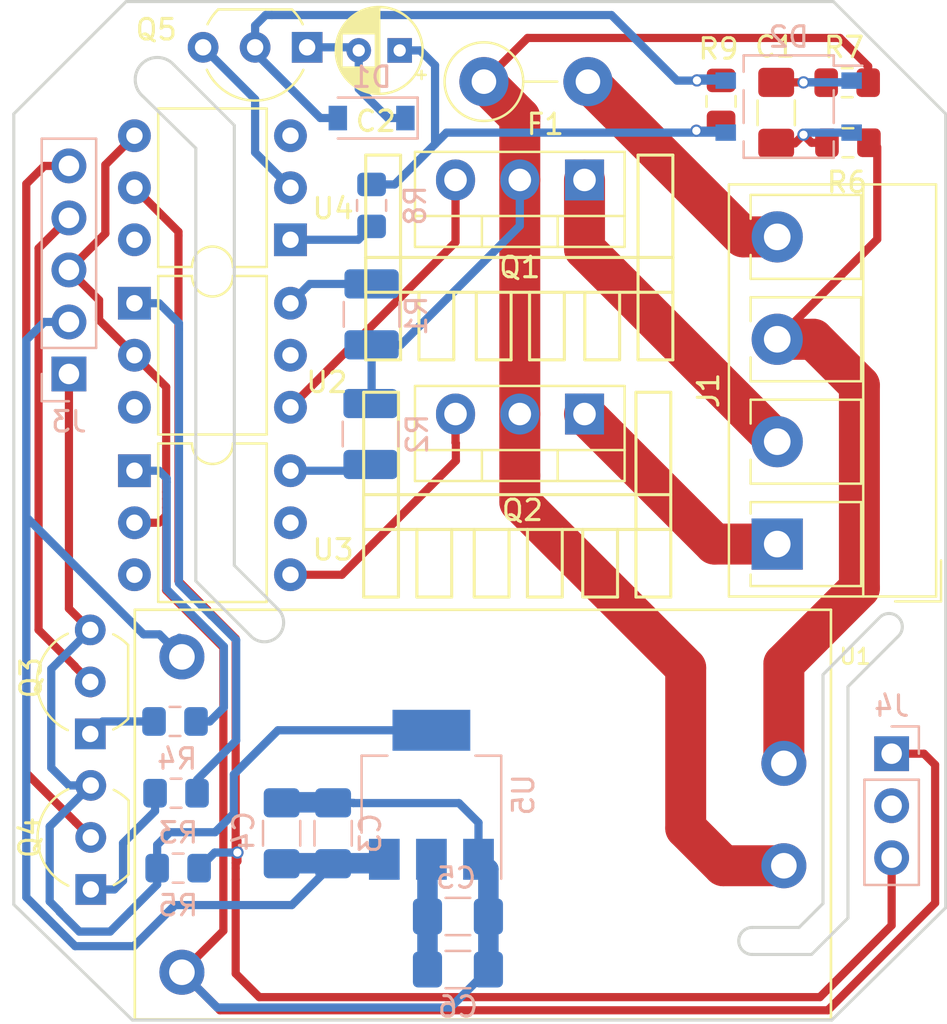
<source format=kicad_pcb>
(kicad_pcb (version 20171130) (host pcbnew 5.0.1)

  (general
    (thickness 1.6)
    (drawings 73)
    (tracks 237)
    (zones 0)
    (modules 33)
    (nets 27)
  )

  (page User 150.012 150.012)
  (title_block
    (title "RS485 Sensor Board")
    (date 2017-02-21)
    (rev V1.2)
    (company "Janco & Jacco")
  )

  (layers
    (0 F.Cu signal)
    (31 B.Cu signal)
    (32 B.Adhes user)
    (33 F.Adhes user)
    (34 B.Paste user)
    (35 F.Paste user)
    (36 B.SilkS user)
    (37 F.SilkS user)
    (38 B.Mask user)
    (39 F.Mask user)
    (40 Dwgs.User user hide)
    (41 Cmts.User user hide)
    (42 Eco1.User user hide)
    (43 Eco2.User user hide)
    (44 Edge.Cuts user)
    (45 Margin user hide)
    (46 B.CrtYd user)
    (47 F.CrtYd user)
    (48 B.Fab user hide)
    (49 F.Fab user hide)
  )

  (setup
    (last_trace_width 0.4)
    (user_trace_width 0.4)
    (user_trace_width 1)
    (user_trace_width 2)
    (trace_clearance 0.2)
    (zone_clearance 0.508)
    (zone_45_only yes)
    (trace_min 0.4)
    (segment_width 0.2)
    (edge_width 0.15)
    (via_size 0.6)
    (via_drill 0.4)
    (via_min_size 0.4)
    (via_min_drill 0.3)
    (uvia_size 0.3)
    (uvia_drill 0.1)
    (uvias_allowed no)
    (uvia_min_size 0.2)
    (uvia_min_drill 0.1)
    (pcb_text_width 0.3)
    (pcb_text_size 1.5 1.5)
    (mod_edge_width 0.15)
    (mod_text_size 1 1)
    (mod_text_width 0.15)
    (pad_size 1.905 2)
    (pad_drill 1.1)
    (pad_to_mask_clearance 0.2)
    (solder_mask_min_width 0.25)
    (aux_axis_origin 116.713 49.911)
    (grid_origin 54.483 49.6316)
    (visible_elements FFFFFF7F)
    (pcbplotparams
      (layerselection 0x3f0ff_80000001)
      (usegerberextensions false)
      (usegerberattributes false)
      (usegerberadvancedattributes false)
      (creategerberjobfile false)
      (excludeedgelayer true)
      (linewidth 0.100000)
      (plotframeref false)
      (viasonmask false)
      (mode 1)
      (useauxorigin false)
      (hpglpennumber 1)
      (hpglpenspeed 20)
      (hpglpendiameter 15.000000)
      (psnegative false)
      (psa4output false)
      (plotreference true)
      (plotvalue true)
      (plotinvisibletext false)
      (padsonsilk false)
      (subtractmaskfromsilk false)
      (outputformat 1)
      (mirror false)
      (drillshape 0)
      (scaleselection 1)
      (outputdirectory "outputv4/"))
  )

  (net 0 "")
  (net 1 GND)
  (net 2 "Net-(R1-Pad1)")
  (net 3 +3V3)
  (net 4 "Net-(J3-Pad4)")
  (net 5 "Net-(J3-Pad5)")
  (net 6 LINE)
  (net 7 NEUT)
  (net 8 "Net-(F1-Pad2)")
  (net 9 "Net-(J1-Pad1)")
  (net 10 "Net-(J1-Pad2)")
  (net 11 "Net-(Q1-Pad3)")
  (net 12 "Net-(Q2-Pad3)")
  (net 13 "Net-(R2-Pad1)")
  (net 14 "Net-(R3-Pad2)")
  (net 15 "Net-(R4-Pad2)")
  (net 16 "Net-(J4-Pad3)")
  (net 17 "Net-(Q3-Pad1)")
  (net 18 "Net-(Q4-Pad1)")
  (net 19 "Net-(C1-Pad1)")
  (net 20 "Net-(C1-Pad2)")
  (net 21 "Net-(C2-Pad1)")
  (net 22 "Net-(C2-Pad2)")
  (net 23 "Net-(D1-Pad2)")
  (net 24 "Net-(Q5-Pad3)")
  (net 25 "Net-(R8-Pad1)")
  (net 26 +5V)

  (net_class Default "Dit is de standaard class."
    (clearance 0.2)
    (trace_width 0.4)
    (via_dia 0.6)
    (via_drill 0.4)
    (uvia_dia 0.3)
    (uvia_drill 0.1)
    (diff_pair_gap 0.25)
    (diff_pair_width 0.4)
    (add_net +5V)
    (add_net "Net-(C1-Pad1)")
    (add_net "Net-(C1-Pad2)")
    (add_net "Net-(C2-Pad1)")
    (add_net "Net-(C2-Pad2)")
    (add_net "Net-(D1-Pad2)")
    (add_net "Net-(F1-Pad2)")
    (add_net "Net-(J1-Pad1)")
    (add_net "Net-(J1-Pad2)")
    (add_net "Net-(J3-Pad4)")
    (add_net "Net-(J3-Pad5)")
    (add_net "Net-(J4-Pad3)")
    (add_net "Net-(Q1-Pad3)")
    (add_net "Net-(Q2-Pad3)")
    (add_net "Net-(Q3-Pad1)")
    (add_net "Net-(Q4-Pad1)")
    (add_net "Net-(Q5-Pad3)")
    (add_net "Net-(R1-Pad1)")
    (add_net "Net-(R2-Pad1)")
    (add_net "Net-(R3-Pad2)")
    (add_net "Net-(R4-Pad2)")
    (add_net "Net-(R8-Pad1)")
  )

  (net_class 230V ""
    (clearance 0.4)
    (trace_width 2)
    (via_dia 0.6)
    (via_drill 0.4)
    (uvia_dia 0.3)
    (uvia_drill 0.1)
    (diff_pair_gap 0.25)
    (diff_pair_width 2)
    (add_net LINE)
    (add_net NEUT)
  )

  (net_class 3.3V ""
    (clearance 0.2)
    (trace_width 0.4)
    (via_dia 0.6)
    (via_drill 0.4)
    (uvia_dia 0.3)
    (uvia_drill 0.1)
    (diff_pair_gap 0.25)
    (diff_pair_width 0.4)
    (add_net +3V3)
    (add_net GND)
  )

  (net_class csp ""
    (clearance 0.2)
    (trace_width 1)
    (via_dia 0.6)
    (via_drill 0.4)
    (uvia_dia 0.3)
    (uvia_drill 0.1)
    (diff_pair_gap 0.25)
    (diff_pair_width 1)
  )

  (module Package_TO_SOT_SMD:SOT-223-3_TabPin2 (layer B.Cu) (tedit 5A02FF57) (tstamp 5C03E0E7)
    (at 49.022 64.0334 90)
    (descr "module CMS SOT223 4 pins")
    (tags "CMS SOT")
    (path /5C03F772)
    (attr smd)
    (fp_text reference U5 (at 0 4.5 90) (layer B.SilkS)
      (effects (font (size 1 1) (thickness 0.15)) (justify mirror))
    )
    (fp_text value AMS1117-3.3 (at 0 -4.5 90) (layer B.Fab)
      (effects (font (size 1 1) (thickness 0.15)) (justify mirror))
    )
    (fp_text user %R (at 0 0) (layer B.Fab)
      (effects (font (size 0.8 0.8) (thickness 0.12)) (justify mirror))
    )
    (fp_line (start 1.91 -3.41) (end 1.91 -2.15) (layer B.SilkS) (width 0.12))
    (fp_line (start 1.91 3.41) (end 1.91 2.15) (layer B.SilkS) (width 0.12))
    (fp_line (start 4.4 3.6) (end -4.4 3.6) (layer B.CrtYd) (width 0.05))
    (fp_line (start 4.4 -3.6) (end 4.4 3.6) (layer B.CrtYd) (width 0.05))
    (fp_line (start -4.4 -3.6) (end 4.4 -3.6) (layer B.CrtYd) (width 0.05))
    (fp_line (start -4.4 3.6) (end -4.4 -3.6) (layer B.CrtYd) (width 0.05))
    (fp_line (start -1.85 2.35) (end -0.85 3.35) (layer B.Fab) (width 0.1))
    (fp_line (start -1.85 2.35) (end -1.85 -3.35) (layer B.Fab) (width 0.1))
    (fp_line (start -1.85 -3.41) (end 1.91 -3.41) (layer B.SilkS) (width 0.12))
    (fp_line (start -0.85 3.35) (end 1.85 3.35) (layer B.Fab) (width 0.1))
    (fp_line (start -4.1 3.41) (end 1.91 3.41) (layer B.SilkS) (width 0.12))
    (fp_line (start -1.85 -3.35) (end 1.85 -3.35) (layer B.Fab) (width 0.1))
    (fp_line (start 1.85 3.35) (end 1.85 -3.35) (layer B.Fab) (width 0.1))
    (pad 2 smd rect (at 3.15 0 90) (size 2 3.8) (layers B.Cu B.Paste B.Mask)
      (net 3 +3V3))
    (pad 2 smd rect (at -3.15 0 90) (size 2 1.5) (layers B.Cu B.Paste B.Mask)
      (net 3 +3V3))
    (pad 3 smd rect (at -3.15 -2.3 90) (size 2 1.5) (layers B.Cu B.Paste B.Mask)
      (net 26 +5V))
    (pad 1 smd rect (at -3.15 2.3 90) (size 2 1.5) (layers B.Cu B.Paste B.Mask)
      (net 1 GND))
    (model ${KISYS3DMOD}/Package_TO_SOT_SMD.3dshapes/SOT-223.wrl
      (at (xyz 0 0 0))
      (scale (xyz 1 1 1))
      (rotate (xyz 0 0 0))
    )
  )

  (module Capacitor_SMD:C_1206_3216Metric_Pad1.42x1.75mm_HandSolder (layer F.Cu) (tedit 5B301BBE) (tstamp 5C07686C)
    (at 65.8622 30.734 90)
    (descr "Capacitor SMD 1206 (3216 Metric), square (rectangular) end terminal, IPC_7351 nominal with elongated pad for handsoldering. (Body size source: http://www.tortai-tech.com/upload/download/2011102023233369053.pdf), generated with kicad-footprint-generator")
    (tags "capacitor handsolder")
    (path /5C02CCF7)
    (attr smd)
    (fp_text reference C1 (at 3.2258 -0.0508 180) (layer F.SilkS)
      (effects (font (size 1 1) (thickness 0.15)))
    )
    (fp_text value 1nF (at 0 1.82 90) (layer F.Fab)
      (effects (font (size 1 1) (thickness 0.15)))
    )
    (fp_line (start -1.6 0.8) (end -1.6 -0.8) (layer F.Fab) (width 0.1))
    (fp_line (start -1.6 -0.8) (end 1.6 -0.8) (layer F.Fab) (width 0.1))
    (fp_line (start 1.6 -0.8) (end 1.6 0.8) (layer F.Fab) (width 0.1))
    (fp_line (start 1.6 0.8) (end -1.6 0.8) (layer F.Fab) (width 0.1))
    (fp_line (start -0.602064 -0.91) (end 0.602064 -0.91) (layer F.SilkS) (width 0.12))
    (fp_line (start -0.602064 0.91) (end 0.602064 0.91) (layer F.SilkS) (width 0.12))
    (fp_line (start -2.45 1.12) (end -2.45 -1.12) (layer F.CrtYd) (width 0.05))
    (fp_line (start -2.45 -1.12) (end 2.45 -1.12) (layer F.CrtYd) (width 0.05))
    (fp_line (start 2.45 -1.12) (end 2.45 1.12) (layer F.CrtYd) (width 0.05))
    (fp_line (start 2.45 1.12) (end -2.45 1.12) (layer F.CrtYd) (width 0.05))
    (fp_text user %R (at 0 0 90) (layer F.Fab)
      (effects (font (size 0.8 0.8) (thickness 0.12)))
    )
    (pad 1 smd roundrect (at -1.4875 0 90) (size 1.425 1.75) (layers F.Cu F.Paste F.Mask) (roundrect_rratio 0.175439)
      (net 19 "Net-(C1-Pad1)"))
    (pad 2 smd roundrect (at 1.4875 0 90) (size 1.425 1.75) (layers F.Cu F.Paste F.Mask) (roundrect_rratio 0.175439)
      (net 20 "Net-(C1-Pad2)"))
    (model ${KISYS3DMOD}/Capacitor_SMD.3dshapes/C_1206_3216Metric.wrl
      (at (xyz 0 0 0))
      (scale (xyz 1 1 1))
      (rotate (xyz 0 0 0))
    )
  )

  (module Capacitor_THT:CP_Radial_D4.0mm_P2.00mm (layer F.Cu) (tedit 5AE50EF0) (tstamp 5C030D26)
    (at 47.4726 27.686 180)
    (descr "CP, Radial series, Radial, pin pitch=2.00mm, , diameter=4mm, Electrolytic Capacitor")
    (tags "CP Radial series Radial pin pitch 2.00mm  diameter 4mm Electrolytic Capacitor")
    (path /5C033FAB)
    (fp_text reference C2 (at 1.1684 -3.4544 180) (layer F.SilkS)
      (effects (font (size 1 1) (thickness 0.15)))
    )
    (fp_text value 10uF/10V (at 1 3.25 180) (layer F.Fab)
      (effects (font (size 1 1) (thickness 0.15)))
    )
    (fp_text user %R (at 1 0 180) (layer F.Fab)
      (effects (font (size 0.8 0.8) (thickness 0.12)))
    )
    (fp_line (start -1.069801 -1.395) (end -1.069801 -0.995) (layer F.SilkS) (width 0.12))
    (fp_line (start -1.269801 -1.195) (end -0.869801 -1.195) (layer F.SilkS) (width 0.12))
    (fp_line (start 3.081 -0.37) (end 3.081 0.37) (layer F.SilkS) (width 0.12))
    (fp_line (start 3.041 -0.537) (end 3.041 0.537) (layer F.SilkS) (width 0.12))
    (fp_line (start 3.001 -0.664) (end 3.001 0.664) (layer F.SilkS) (width 0.12))
    (fp_line (start 2.961 -0.768) (end 2.961 0.768) (layer F.SilkS) (width 0.12))
    (fp_line (start 2.921 -0.859) (end 2.921 0.859) (layer F.SilkS) (width 0.12))
    (fp_line (start 2.881 -0.94) (end 2.881 0.94) (layer F.SilkS) (width 0.12))
    (fp_line (start 2.841 -1.013) (end 2.841 1.013) (layer F.SilkS) (width 0.12))
    (fp_line (start 2.801 0.84) (end 2.801 1.08) (layer F.SilkS) (width 0.12))
    (fp_line (start 2.801 -1.08) (end 2.801 -0.84) (layer F.SilkS) (width 0.12))
    (fp_line (start 2.761 0.84) (end 2.761 1.142) (layer F.SilkS) (width 0.12))
    (fp_line (start 2.761 -1.142) (end 2.761 -0.84) (layer F.SilkS) (width 0.12))
    (fp_line (start 2.721 0.84) (end 2.721 1.2) (layer F.SilkS) (width 0.12))
    (fp_line (start 2.721 -1.2) (end 2.721 -0.84) (layer F.SilkS) (width 0.12))
    (fp_line (start 2.681 0.84) (end 2.681 1.254) (layer F.SilkS) (width 0.12))
    (fp_line (start 2.681 -1.254) (end 2.681 -0.84) (layer F.SilkS) (width 0.12))
    (fp_line (start 2.641 0.84) (end 2.641 1.304) (layer F.SilkS) (width 0.12))
    (fp_line (start 2.641 -1.304) (end 2.641 -0.84) (layer F.SilkS) (width 0.12))
    (fp_line (start 2.601 0.84) (end 2.601 1.351) (layer F.SilkS) (width 0.12))
    (fp_line (start 2.601 -1.351) (end 2.601 -0.84) (layer F.SilkS) (width 0.12))
    (fp_line (start 2.561 0.84) (end 2.561 1.396) (layer F.SilkS) (width 0.12))
    (fp_line (start 2.561 -1.396) (end 2.561 -0.84) (layer F.SilkS) (width 0.12))
    (fp_line (start 2.521 0.84) (end 2.521 1.438) (layer F.SilkS) (width 0.12))
    (fp_line (start 2.521 -1.438) (end 2.521 -0.84) (layer F.SilkS) (width 0.12))
    (fp_line (start 2.481 0.84) (end 2.481 1.478) (layer F.SilkS) (width 0.12))
    (fp_line (start 2.481 -1.478) (end 2.481 -0.84) (layer F.SilkS) (width 0.12))
    (fp_line (start 2.441 0.84) (end 2.441 1.516) (layer F.SilkS) (width 0.12))
    (fp_line (start 2.441 -1.516) (end 2.441 -0.84) (layer F.SilkS) (width 0.12))
    (fp_line (start 2.401 0.84) (end 2.401 1.552) (layer F.SilkS) (width 0.12))
    (fp_line (start 2.401 -1.552) (end 2.401 -0.84) (layer F.SilkS) (width 0.12))
    (fp_line (start 2.361 0.84) (end 2.361 1.587) (layer F.SilkS) (width 0.12))
    (fp_line (start 2.361 -1.587) (end 2.361 -0.84) (layer F.SilkS) (width 0.12))
    (fp_line (start 2.321 0.84) (end 2.321 1.619) (layer F.SilkS) (width 0.12))
    (fp_line (start 2.321 -1.619) (end 2.321 -0.84) (layer F.SilkS) (width 0.12))
    (fp_line (start 2.281 0.84) (end 2.281 1.65) (layer F.SilkS) (width 0.12))
    (fp_line (start 2.281 -1.65) (end 2.281 -0.84) (layer F.SilkS) (width 0.12))
    (fp_line (start 2.241 0.84) (end 2.241 1.68) (layer F.SilkS) (width 0.12))
    (fp_line (start 2.241 -1.68) (end 2.241 -0.84) (layer F.SilkS) (width 0.12))
    (fp_line (start 2.201 0.84) (end 2.201 1.708) (layer F.SilkS) (width 0.12))
    (fp_line (start 2.201 -1.708) (end 2.201 -0.84) (layer F.SilkS) (width 0.12))
    (fp_line (start 2.161 0.84) (end 2.161 1.735) (layer F.SilkS) (width 0.12))
    (fp_line (start 2.161 -1.735) (end 2.161 -0.84) (layer F.SilkS) (width 0.12))
    (fp_line (start 2.121 0.84) (end 2.121 1.76) (layer F.SilkS) (width 0.12))
    (fp_line (start 2.121 -1.76) (end 2.121 -0.84) (layer F.SilkS) (width 0.12))
    (fp_line (start 2.081 0.84) (end 2.081 1.785) (layer F.SilkS) (width 0.12))
    (fp_line (start 2.081 -1.785) (end 2.081 -0.84) (layer F.SilkS) (width 0.12))
    (fp_line (start 2.041 0.84) (end 2.041 1.808) (layer F.SilkS) (width 0.12))
    (fp_line (start 2.041 -1.808) (end 2.041 -0.84) (layer F.SilkS) (width 0.12))
    (fp_line (start 2.001 0.84) (end 2.001 1.83) (layer F.SilkS) (width 0.12))
    (fp_line (start 2.001 -1.83) (end 2.001 -0.84) (layer F.SilkS) (width 0.12))
    (fp_line (start 1.961 0.84) (end 1.961 1.851) (layer F.SilkS) (width 0.12))
    (fp_line (start 1.961 -1.851) (end 1.961 -0.84) (layer F.SilkS) (width 0.12))
    (fp_line (start 1.921 0.84) (end 1.921 1.87) (layer F.SilkS) (width 0.12))
    (fp_line (start 1.921 -1.87) (end 1.921 -0.84) (layer F.SilkS) (width 0.12))
    (fp_line (start 1.881 0.84) (end 1.881 1.889) (layer F.SilkS) (width 0.12))
    (fp_line (start 1.881 -1.889) (end 1.881 -0.84) (layer F.SilkS) (width 0.12))
    (fp_line (start 1.841 0.84) (end 1.841 1.907) (layer F.SilkS) (width 0.12))
    (fp_line (start 1.841 -1.907) (end 1.841 -0.84) (layer F.SilkS) (width 0.12))
    (fp_line (start 1.801 0.84) (end 1.801 1.924) (layer F.SilkS) (width 0.12))
    (fp_line (start 1.801 -1.924) (end 1.801 -0.84) (layer F.SilkS) (width 0.12))
    (fp_line (start 1.761 0.84) (end 1.761 1.94) (layer F.SilkS) (width 0.12))
    (fp_line (start 1.761 -1.94) (end 1.761 -0.84) (layer F.SilkS) (width 0.12))
    (fp_line (start 1.721 0.84) (end 1.721 1.954) (layer F.SilkS) (width 0.12))
    (fp_line (start 1.721 -1.954) (end 1.721 -0.84) (layer F.SilkS) (width 0.12))
    (fp_line (start 1.68 0.84) (end 1.68 1.968) (layer F.SilkS) (width 0.12))
    (fp_line (start 1.68 -1.968) (end 1.68 -0.84) (layer F.SilkS) (width 0.12))
    (fp_line (start 1.64 0.84) (end 1.64 1.982) (layer F.SilkS) (width 0.12))
    (fp_line (start 1.64 -1.982) (end 1.64 -0.84) (layer F.SilkS) (width 0.12))
    (fp_line (start 1.6 0.84) (end 1.6 1.994) (layer F.SilkS) (width 0.12))
    (fp_line (start 1.6 -1.994) (end 1.6 -0.84) (layer F.SilkS) (width 0.12))
    (fp_line (start 1.56 0.84) (end 1.56 2.005) (layer F.SilkS) (width 0.12))
    (fp_line (start 1.56 -2.005) (end 1.56 -0.84) (layer F.SilkS) (width 0.12))
    (fp_line (start 1.52 0.84) (end 1.52 2.016) (layer F.SilkS) (width 0.12))
    (fp_line (start 1.52 -2.016) (end 1.52 -0.84) (layer F.SilkS) (width 0.12))
    (fp_line (start 1.48 0.84) (end 1.48 2.025) (layer F.SilkS) (width 0.12))
    (fp_line (start 1.48 -2.025) (end 1.48 -0.84) (layer F.SilkS) (width 0.12))
    (fp_line (start 1.44 0.84) (end 1.44 2.034) (layer F.SilkS) (width 0.12))
    (fp_line (start 1.44 -2.034) (end 1.44 -0.84) (layer F.SilkS) (width 0.12))
    (fp_line (start 1.4 0.84) (end 1.4 2.042) (layer F.SilkS) (width 0.12))
    (fp_line (start 1.4 -2.042) (end 1.4 -0.84) (layer F.SilkS) (width 0.12))
    (fp_line (start 1.36 0.84) (end 1.36 2.05) (layer F.SilkS) (width 0.12))
    (fp_line (start 1.36 -2.05) (end 1.36 -0.84) (layer F.SilkS) (width 0.12))
    (fp_line (start 1.32 0.84) (end 1.32 2.056) (layer F.SilkS) (width 0.12))
    (fp_line (start 1.32 -2.056) (end 1.32 -0.84) (layer F.SilkS) (width 0.12))
    (fp_line (start 1.28 0.84) (end 1.28 2.062) (layer F.SilkS) (width 0.12))
    (fp_line (start 1.28 -2.062) (end 1.28 -0.84) (layer F.SilkS) (width 0.12))
    (fp_line (start 1.24 0.84) (end 1.24 2.067) (layer F.SilkS) (width 0.12))
    (fp_line (start 1.24 -2.067) (end 1.24 -0.84) (layer F.SilkS) (width 0.12))
    (fp_line (start 1.2 0.84) (end 1.2 2.071) (layer F.SilkS) (width 0.12))
    (fp_line (start 1.2 -2.071) (end 1.2 -0.84) (layer F.SilkS) (width 0.12))
    (fp_line (start 1.16 -2.074) (end 1.16 2.074) (layer F.SilkS) (width 0.12))
    (fp_line (start 1.12 -2.077) (end 1.12 2.077) (layer F.SilkS) (width 0.12))
    (fp_line (start 1.08 -2.079) (end 1.08 2.079) (layer F.SilkS) (width 0.12))
    (fp_line (start 1.04 -2.08) (end 1.04 2.08) (layer F.SilkS) (width 0.12))
    (fp_line (start 1 -2.08) (end 1 2.08) (layer F.SilkS) (width 0.12))
    (fp_line (start -0.502554 -1.0675) (end -0.502554 -0.6675) (layer F.Fab) (width 0.1))
    (fp_line (start -0.702554 -0.8675) (end -0.302554 -0.8675) (layer F.Fab) (width 0.1))
    (fp_circle (center 1 0) (end 3.25 0) (layer F.CrtYd) (width 0.05))
    (fp_circle (center 1 0) (end 3.12 0) (layer F.SilkS) (width 0.12))
    (fp_circle (center 1 0) (end 3 0) (layer F.Fab) (width 0.1))
    (pad 2 thru_hole circle (at 2 0 180) (size 1.2 1.2) (drill 0.6) (layers *.Cu *.Mask)
      (net 22 "Net-(C2-Pad2)"))
    (pad 1 thru_hole rect (at 0 0 180) (size 1.2 1.2) (drill 0.6) (layers *.Cu *.Mask)
      (net 21 "Net-(C2-Pad1)"))
    (model ${KISYS3DMOD}/Capacitor_THT.3dshapes/CP_Radial_D4.0mm_P2.00mm.wrl
      (at (xyz 0 0 0))
      (scale (xyz 1 1 1))
      (rotate (xyz 0 0 0))
    )
  )

  (module Package_TO_SOT_THT:TO-92_Inline_Wide (layer F.Cu) (tedit 5A02FF81) (tstamp 5C0536EB)
    (at 42.9514 27.5336 180)
    (descr "TO-92 leads in-line, wide, drill 0.75mm (see NXP sot054_po.pdf)")
    (tags "to-92 sc-43 sc-43a sot54 PA33 transistor")
    (path /5C02F97C)
    (fp_text reference Q5 (at 7.366 0.8636 180) (layer F.SilkS)
      (effects (font (size 1 1) (thickness 0.15)))
    )
    (fp_text value 2N3904 (at 2.54 2.79 180) (layer F.Fab)
      (effects (font (size 1 1) (thickness 0.15)))
    )
    (fp_arc (start 2.54 0) (end 4.34 1.85) (angle -20) (layer F.SilkS) (width 0.12))
    (fp_arc (start 2.54 0) (end 2.54 -2.48) (angle -135) (layer F.Fab) (width 0.1))
    (fp_arc (start 2.54 0) (end 2.54 -2.48) (angle 135) (layer F.Fab) (width 0.1))
    (fp_arc (start 2.54 0) (end 2.54 -2.6) (angle 65) (layer F.SilkS) (width 0.12))
    (fp_arc (start 2.54 0) (end 2.54 -2.6) (angle -65) (layer F.SilkS) (width 0.12))
    (fp_arc (start 2.54 0) (end 0.74 1.85) (angle 20) (layer F.SilkS) (width 0.12))
    (fp_line (start 6.09 2.01) (end -1.01 2.01) (layer F.CrtYd) (width 0.05))
    (fp_line (start 6.09 2.01) (end 6.09 -2.73) (layer F.CrtYd) (width 0.05))
    (fp_line (start -1.01 -2.73) (end -1.01 2.01) (layer F.CrtYd) (width 0.05))
    (fp_line (start -1.01 -2.73) (end 6.09 -2.73) (layer F.CrtYd) (width 0.05))
    (fp_line (start 0.8 1.75) (end 4.3 1.75) (layer F.Fab) (width 0.1))
    (fp_line (start 0.74 1.85) (end 4.34 1.85) (layer F.SilkS) (width 0.12))
    (fp_text user %R (at 2.54 -3.56 180) (layer F.Fab)
      (effects (font (size 1 1) (thickness 0.15)))
    )
    (pad 1 thru_hole rect (at 0 0 270) (size 1.5 1.5) (drill 0.8) (layers *.Cu *.Mask)
      (net 22 "Net-(C2-Pad2)"))
    (pad 3 thru_hole circle (at 5.08 0 270) (size 1.5 1.5) (drill 0.8) (layers *.Cu *.Mask)
      (net 24 "Net-(Q5-Pad3)"))
    (pad 2 thru_hole circle (at 2.54 0 270) (size 1.5 1.5) (drill 0.8) (layers *.Cu *.Mask)
      (net 23 "Net-(D1-Pad2)"))
    (model ${KISYS3DMOD}/Package_TO_SOT_THT.3dshapes/TO-92_Inline_Wide.wrl
      (at (xyz 0 0 0))
      (scale (xyz 1 1 1))
      (rotate (xyz 0 0 0))
    )
  )

  (module Package_DIP:DIP-6_W7.62mm (layer F.Cu) (tedit 5A02E8C5) (tstamp 5C05DBD4)
    (at 34.5186 40.0304)
    (descr "6-lead though-hole mounted DIP package, row spacing 7.62 mm (300 mils)")
    (tags "THT DIP DIL PDIP 2.54mm 7.62mm 300mil")
    (path /5BFAEA80)
    (fp_text reference U2 (at 9.398 3.8608) (layer F.SilkS)
      (effects (font (size 1 1) (thickness 0.15)))
    )
    (fp_text value MOC3052 (at 3.81 7.41) (layer F.Fab)
      (effects (font (size 1 1) (thickness 0.15)))
    )
    (fp_text user %R (at 2.7432 1.8288) (layer F.Fab)
      (effects (font (size 1 1) (thickness 0.15)))
    )
    (fp_line (start 8.7 -1.55) (end -1.1 -1.55) (layer F.CrtYd) (width 0.05))
    (fp_line (start 8.7 6.6) (end 8.7 -1.55) (layer F.CrtYd) (width 0.05))
    (fp_line (start -1.1 6.6) (end 8.7 6.6) (layer F.CrtYd) (width 0.05))
    (fp_line (start -1.1 -1.55) (end -1.1 6.6) (layer F.CrtYd) (width 0.05))
    (fp_line (start 6.46 -1.33) (end 4.81 -1.33) (layer F.SilkS) (width 0.12))
    (fp_line (start 6.46 6.41) (end 6.46 -1.33) (layer F.SilkS) (width 0.12))
    (fp_line (start 1.16 6.41) (end 6.46 6.41) (layer F.SilkS) (width 0.12))
    (fp_line (start 1.16 -1.33) (end 1.16 6.41) (layer F.SilkS) (width 0.12))
    (fp_line (start 2.81 -1.33) (end 1.16 -1.33) (layer F.SilkS) (width 0.12))
    (fp_line (start 0.635 -0.27) (end 1.635 -1.27) (layer F.Fab) (width 0.1))
    (fp_line (start 0.635 6.35) (end 0.635 -0.27) (layer F.Fab) (width 0.1))
    (fp_line (start 6.985 6.35) (end 0.635 6.35) (layer F.Fab) (width 0.1))
    (fp_line (start 6.985 -1.27) (end 6.985 6.35) (layer F.Fab) (width 0.1))
    (fp_line (start 1.635 -1.27) (end 6.985 -1.27) (layer F.Fab) (width 0.1))
    (fp_arc (start 3.81 -1.33) (end 2.81 -1.33) (angle -180) (layer F.SilkS) (width 0.12))
    (pad 6 thru_hole oval (at 7.62 0) (size 1.6 1.6) (drill 0.8) (layers *.Cu *.Mask)
      (net 2 "Net-(R1-Pad1)"))
    (pad 3 thru_hole oval (at 0 5.08) (size 1.6 1.6) (drill 0.8) (layers *.Cu *.Mask))
    (pad 5 thru_hole oval (at 7.62 2.54) (size 1.6 1.6) (drill 0.8) (layers *.Cu *.Mask))
    (pad 2 thru_hole oval (at 0 2.54) (size 1.6 1.6) (drill 0.8) (layers *.Cu *.Mask)
      (net 1 GND))
    (pad 4 thru_hole oval (at 7.62 5.08) (size 1.6 1.6) (drill 0.8) (layers *.Cu *.Mask)
      (net 11 "Net-(Q1-Pad3)"))
    (pad 1 thru_hole rect (at 0 0) (size 1.6 1.6) (drill 0.8) (layers *.Cu *.Mask)
      (net 14 "Net-(R3-Pad2)"))
    (model ${KISYS3DMOD}/Package_DIP.3dshapes/DIP-6_W7.62mm.wrl
      (at (xyz 0 0 0))
      (scale (xyz 1 1 1))
      (rotate (xyz 0 0 0))
    )
  )

  (module sensorboard_library:TO-220-heatsink locked (layer F.Cu) (tedit 5C02D628) (tstamp 5C04FF49)
    (at 53.3146 37.7952)
    (attr virtual)
    (fp_text reference REF** (at 0.2 -1.8) (layer F.SilkS) hide
      (effects (font (size 1 1) (thickness 0.15)))
    )
    (fp_text value TO-220-heatsink (at 0 -3.81) (layer F.Fab)
      (effects (font (size 1 1) (thickness 0.15)))
    )
    (fp_line (start -2.1 5) (end -0.4 5) (layer F.SilkS) (width 0.15))
    (fp_line (start -2.1 1.7) (end -2.1 5) (layer F.SilkS) (width 0.15))
    (fp_line (start -0.4 5) (end -0.4 1.7) (layer F.SilkS) (width 0.15))
    (fp_line (start 4.9 5) (end 4.9 1.7) (layer F.SilkS) (width 0.15))
    (fp_line (start 3.2 1.7) (end 3.2 5) (layer F.SilkS) (width 0.15))
    (fp_line (start 3.2 5) (end 4.9 5) (layer F.SilkS) (width 0.15))
    (fp_line (start 2.2 5) (end 2.2 1.7) (layer F.SilkS) (width 0.15))
    (fp_line (start 0.5 1.7) (end 0.5 5) (layer F.SilkS) (width 0.15))
    (fp_line (start 0.5 5) (end 2.2 5) (layer F.SilkS) (width 0.15))
    (fp_line (start -3.2 5) (end -3.2 1.7) (layer F.SilkS) (width 0.15))
    (fp_line (start -4.9 5) (end -3.2 5) (layer F.SilkS) (width 0.15))
    (fp_line (start -4.9 1.7) (end -4.9 5) (layer F.SilkS) (width 0.15))
    (fp_line (start 7.5 5) (end 7.5 1.7) (layer F.SilkS) (width 0.15))
    (fp_line (start 5.8 5) (end 7.5 5) (layer F.SilkS) (width 0.15))
    (fp_line (start 5.8 1.7) (end 5.8 5) (layer F.SilkS) (width 0.15))
    (fp_line (start -5.8 5) (end -5.8 0.9) (layer F.SilkS) (width 0.15))
    (fp_line (start -7.5 5) (end -5.8 5) (layer F.SilkS) (width 0.15))
    (fp_line (start -7.5 0) (end -7.5 5) (layer F.SilkS) (width 0.15))
    (fp_line (start -5.8 1.7) (end 5.9 1.7) (layer F.SilkS) (width 0.15))
    (fp_line (start 5.8 1.7) (end 5.8 0) (layer F.SilkS) (width 0.15))
    (fp_line (start 7.5 1.7) (end 5.8 1.7) (layer F.SilkS) (width 0.15))
    (fp_line (start 7.5 0) (end 7.5 1.7) (layer F.SilkS) (width 0.15))
    (fp_line (start -5.8 1.7) (end -5.8 -0.1) (layer F.SilkS) (width 0.15))
    (fp_line (start -7.5 1.7) (end -5.8 1.7) (layer F.SilkS) (width 0.15))
    (fp_line (start -7.5 0) (end -7.5 1.7) (layer F.SilkS) (width 0.15))
    (fp_line (start -5.8 -5) (end -5.8 0) (layer F.SilkS) (width 0.15))
    (fp_line (start -7.5 -5) (end -5.8 -5) (layer F.SilkS) (width 0.15))
    (fp_line (start -7.5 0) (end -7.5 -5) (layer F.SilkS) (width 0.15))
    (fp_line (start 5.8 -5) (end 5.8 0) (layer F.SilkS) (width 0.15))
    (fp_line (start 7.5 -5) (end 5.8 -5) (layer F.SilkS) (width 0.15))
    (fp_line (start 7.5 0) (end 7.5 -5) (layer F.SilkS) (width 0.15))
    (fp_line (start 7.5 0) (end -7.5 0) (layer F.SilkS) (width 0.15))
  )

  (module Diode_SMD:D_SOD-123 (layer B.Cu) (tedit 58645DC7) (tstamp 5C1C20FA)
    (at 46.101 30.988 180)
    (descr SOD-123)
    (tags SOD-123)
    (path /5C00D522)
    (attr smd)
    (fp_text reference D1 (at 0 2 180) (layer B.SilkS)
      (effects (font (size 1 1) (thickness 0.15)) (justify mirror))
    )
    (fp_text value IN4148 (at 0 -2.1 180) (layer B.Fab)
      (effects (font (size 1 1) (thickness 0.15)) (justify mirror))
    )
    (fp_line (start -2.25 1) (end 1.65 1) (layer B.SilkS) (width 0.12))
    (fp_line (start -2.25 -1) (end 1.65 -1) (layer B.SilkS) (width 0.12))
    (fp_line (start -2.35 1.15) (end -2.35 -1.15) (layer B.CrtYd) (width 0.05))
    (fp_line (start 2.35 -1.15) (end -2.35 -1.15) (layer B.CrtYd) (width 0.05))
    (fp_line (start 2.35 1.15) (end 2.35 -1.15) (layer B.CrtYd) (width 0.05))
    (fp_line (start -2.35 1.15) (end 2.35 1.15) (layer B.CrtYd) (width 0.05))
    (fp_line (start -1.4 0.9) (end 1.4 0.9) (layer B.Fab) (width 0.1))
    (fp_line (start 1.4 0.9) (end 1.4 -0.9) (layer B.Fab) (width 0.1))
    (fp_line (start 1.4 -0.9) (end -1.4 -0.9) (layer B.Fab) (width 0.1))
    (fp_line (start -1.4 -0.9) (end -1.4 0.9) (layer B.Fab) (width 0.1))
    (fp_line (start -0.75 0) (end -0.35 0) (layer B.Fab) (width 0.1))
    (fp_line (start -0.35 0) (end -0.35 0.55) (layer B.Fab) (width 0.1))
    (fp_line (start -0.35 0) (end -0.35 -0.55) (layer B.Fab) (width 0.1))
    (fp_line (start -0.35 0) (end 0.25 0.4) (layer B.Fab) (width 0.1))
    (fp_line (start 0.25 0.4) (end 0.25 -0.4) (layer B.Fab) (width 0.1))
    (fp_line (start 0.25 -0.4) (end -0.35 0) (layer B.Fab) (width 0.1))
    (fp_line (start 0.25 0) (end 0.75 0) (layer B.Fab) (width 0.1))
    (fp_line (start -2.25 1) (end -2.25 -1) (layer B.SilkS) (width 0.12))
    (fp_text user %R (at 0 2 180) (layer B.Fab)
      (effects (font (size 1 1) (thickness 0.15)) (justify mirror))
    )
    (pad 2 smd rect (at 1.65 0 180) (size 0.9 1.2) (layers B.Cu B.Paste B.Mask)
      (net 23 "Net-(D1-Pad2)"))
    (pad 1 smd rect (at -1.65 0 180) (size 0.9 1.2) (layers B.Cu B.Paste B.Mask)
      (net 22 "Net-(C2-Pad2)"))
    (model ${KISYS3DMOD}/Diode_SMD.3dshapes/D_SOD-123.wrl
      (at (xyz 0 0 0))
      (scale (xyz 1 1 1))
      (rotate (xyz 0 0 0))
    )
  )

  (module Resistor_SMD:R_0805_2012Metric_Pad1.15x1.40mm_HandSolder (layer B.Cu) (tedit 5B36C52B) (tstamp 5C28EA2A)
    (at 36.5506 63.9572)
    (descr "Resistor SMD 0805 (2012 Metric), square (rectangular) end terminal, IPC_7351 nominal with elongated pad for handsoldering. (Body size source: https://docs.google.com/spreadsheets/d/1BsfQQcO9C6DZCsRaXUlFlo91Tg2WpOkGARC1WS5S8t0/edit?usp=sharing), generated with kicad-footprint-generator")
    (tags "resistor handsolder")
    (path /5BFAEEBD)
    (attr smd)
    (fp_text reference R3 (at 0.1016 1.9304) (layer B.SilkS)
      (effects (font (size 1 1) (thickness 0.15)) (justify mirror))
    )
    (fp_text value 75 (at 0 -1.65) (layer B.Fab)
      (effects (font (size 1 1) (thickness 0.15)) (justify mirror))
    )
    (fp_text user %R (at 0 0) (layer B.Fab)
      (effects (font (size 0.5 0.5) (thickness 0.08)) (justify mirror))
    )
    (fp_line (start 1.85 -0.95) (end -1.85 -0.95) (layer B.CrtYd) (width 0.05))
    (fp_line (start 1.85 0.95) (end 1.85 -0.95) (layer B.CrtYd) (width 0.05))
    (fp_line (start -1.85 0.95) (end 1.85 0.95) (layer B.CrtYd) (width 0.05))
    (fp_line (start -1.85 -0.95) (end -1.85 0.95) (layer B.CrtYd) (width 0.05))
    (fp_line (start -0.261252 -0.71) (end 0.261252 -0.71) (layer B.SilkS) (width 0.12))
    (fp_line (start -0.261252 0.71) (end 0.261252 0.71) (layer B.SilkS) (width 0.12))
    (fp_line (start 1 -0.6) (end -1 -0.6) (layer B.Fab) (width 0.1))
    (fp_line (start 1 0.6) (end 1 -0.6) (layer B.Fab) (width 0.1))
    (fp_line (start -1 0.6) (end 1 0.6) (layer B.Fab) (width 0.1))
    (fp_line (start -1 -0.6) (end -1 0.6) (layer B.Fab) (width 0.1))
    (pad 2 smd roundrect (at 1.025 0) (size 1.15 1.4) (layers B.Cu B.Paste B.Mask) (roundrect_rratio 0.217391)
      (net 14 "Net-(R3-Pad2)"))
    (pad 1 smd roundrect (at -1.025 0) (size 1.15 1.4) (layers B.Cu B.Paste B.Mask) (roundrect_rratio 0.217391)
      (net 18 "Net-(Q4-Pad1)"))
    (model ${KISYS3DMOD}/Resistor_SMD.3dshapes/R_0805_2012Metric.wrl
      (at (xyz 0 0 0))
      (scale (xyz 1 1 1))
      (rotate (xyz 0 0 0))
    )
  )

  (module Power_Supply:HLK-PM03 locked (layer F.Cu) (tedit 58C3763E) (tstamp 5C042BBA)
    (at 51.5366 64.9986 180)
    (path /5BFAD944)
    (fp_text reference U1 (at -18.1864 7.7216) (layer F.SilkS)
      (effects (font (size 0.762 0.762) (thickness 0.127)))
    )
    (fp_text value HLK-PM05 (at 0 11 180) (layer F.Fab)
      (effects (font (size 0.762 0.762) (thickness 0.127)))
    )
    (fp_line (start 17 10) (end 17 -10) (layer F.SilkS) (width 0.127))
    (fp_line (start -17 -10) (end -17 10) (layer F.SilkS) (width 0.127))
    (fp_line (start -17 10) (end 17 10) (layer F.SilkS) (width 0.127))
    (fp_line (start 17 -10) (end -17 -10) (layer F.SilkS) (width 0.127))
    (pad 1 thru_hole circle (at -14.7 -2.5 180) (size 2.2 2.2) (drill 1.25) (layers *.Cu *.Mask)
      (net 6 LINE))
    (pad 2 thru_hole circle (at -14.7 2.5 180) (size 2.2 2.2) (drill 1.25) (layers *.Cu *.Mask)
      (net 7 NEUT))
    (pad 3 thru_hole circle (at 14.7 -7.7 180) (size 2.2 2.2) (drill 1.25) (layers *.Cu *.Mask)
      (net 1 GND))
    (pad 4 thru_hole circle (at 14.7 7.7 180) (size 2.2 2.2) (drill 1.25) (layers *.Cu *.Mask)
      (net 26 +5V))
    (model ${JUSTALIB}/3D/Power_Supplies/AC_DC_Converters/VRML/HLK-PM01.wrl
      (at (xyz 0 0 0))
      (scale (xyz 1 1 1))
      (rotate (xyz 0 0 0))
    )
  )

  (module Resistor_THT:R_Axial_DIN0411_L9.9mm_D3.6mm_P5.08mm_Vertical (layer F.Cu) (tedit 5AE5139B) (tstamp 5BFC9125)
    (at 51.5874 29.21)
    (descr "Resistor, Axial_DIN0411 series, Axial, Vertical, pin pitch=5.08mm, 1W, length*diameter=9.9*3.6mm^2")
    (tags "Resistor Axial_DIN0411 series Axial Vertical pin pitch 5.08mm 1W length 9.9mm diameter 3.6mm")
    (path /5BFAD7F9)
    (fp_text reference F1 (at 2.9972 2.0828) (layer F.SilkS)
      (effects (font (size 1 1) (thickness 0.15)))
    )
    (fp_text value "Glass fuse 10mm 3A" (at 2.54 2.92) (layer F.Fab)
      (effects (font (size 1 1) (thickness 0.15)))
    )
    (fp_text user %R (at 2.54 -2.92) (layer F.Fab)
      (effects (font (size 1 1) (thickness 0.15)))
    )
    (fp_line (start 6.53 -2.05) (end -2.05 -2.05) (layer F.CrtYd) (width 0.05))
    (fp_line (start 6.53 2.05) (end 6.53 -2.05) (layer F.CrtYd) (width 0.05))
    (fp_line (start -2.05 2.05) (end 6.53 2.05) (layer F.CrtYd) (width 0.05))
    (fp_line (start -2.05 -2.05) (end -2.05 2.05) (layer F.CrtYd) (width 0.05))
    (fp_line (start 1.92 0) (end 3.58 0) (layer F.SilkS) (width 0.12))
    (fp_line (start 0 0) (end 5.08 0) (layer F.Fab) (width 0.1))
    (fp_circle (center 0 0) (end 1.92 0) (layer F.SilkS) (width 0.12))
    (fp_circle (center 0 0) (end 1.8 0) (layer F.Fab) (width 0.1))
    (pad 2 thru_hole oval (at 5.08 0) (size 2.4 2.4) (drill 1.2) (layers *.Cu *.Mask)
      (net 8 "Net-(F1-Pad2)"))
    (pad 1 thru_hole circle (at 0 0) (size 2.4 2.4) (drill 1.2) (layers *.Cu *.Mask)
      (net 6 LINE))
    (model ${KISYS3DMOD}/Resistor_THT.3dshapes/R_Axial_DIN0411_L9.9mm_D3.6mm_P5.08mm_Vertical.wrl
      (at (xyz 0 0 0))
      (scale (xyz 1 1 1))
      (rotate (xyz 0 0 0))
    )
  )

  (module Connector_PinHeader_2.54mm:PinHeader_1x03_P2.54mm_Vertical (layer B.Cu) (tedit 59FED5CC) (tstamp 5C140525)
    (at 71.501 62.0268 180)
    (descr "Through hole straight pin header, 1x03, 2.54mm pitch, single row")
    (tags "Through hole pin header THT 1x03 2.54mm single row")
    (path /5BFAE116)
    (fp_text reference J4 (at 0 2.33 180) (layer B.SilkS)
      (effects (font (size 1 1) (thickness 0.15)) (justify mirror))
    )
    (fp_text value Conn_01x03_Male (at -4.6482 -3.0734 270) (layer B.Fab)
      (effects (font (size 1 1) (thickness 0.15)) (justify mirror))
    )
    (fp_text user %R (at 0 -2.54 90) (layer B.Fab)
      (effects (font (size 1 1) (thickness 0.15)) (justify mirror))
    )
    (fp_line (start 1.8 1.8) (end -1.8 1.8) (layer B.CrtYd) (width 0.05))
    (fp_line (start 1.8 -6.85) (end 1.8 1.8) (layer B.CrtYd) (width 0.05))
    (fp_line (start -1.8 -6.85) (end 1.8 -6.85) (layer B.CrtYd) (width 0.05))
    (fp_line (start -1.8 1.8) (end -1.8 -6.85) (layer B.CrtYd) (width 0.05))
    (fp_line (start -1.33 1.33) (end 0 1.33) (layer B.SilkS) (width 0.12))
    (fp_line (start -1.33 0) (end -1.33 1.33) (layer B.SilkS) (width 0.12))
    (fp_line (start -1.33 -1.27) (end 1.33 -1.27) (layer B.SilkS) (width 0.12))
    (fp_line (start 1.33 -1.27) (end 1.33 -6.41) (layer B.SilkS) (width 0.12))
    (fp_line (start -1.33 -1.27) (end -1.33 -6.41) (layer B.SilkS) (width 0.12))
    (fp_line (start -1.33 -6.41) (end 1.33 -6.41) (layer B.SilkS) (width 0.12))
    (fp_line (start -1.27 0.635) (end -0.635 1.27) (layer B.Fab) (width 0.1))
    (fp_line (start -1.27 -6.35) (end -1.27 0.635) (layer B.Fab) (width 0.1))
    (fp_line (start 1.27 -6.35) (end -1.27 -6.35) (layer B.Fab) (width 0.1))
    (fp_line (start 1.27 1.27) (end 1.27 -6.35) (layer B.Fab) (width 0.1))
    (fp_line (start -0.635 1.27) (end 1.27 1.27) (layer B.Fab) (width 0.1))
    (pad 3 thru_hole oval (at 0 -5.08 180) (size 1.7 1.7) (drill 1) (layers *.Cu *.Mask)
      (net 16 "Net-(J4-Pad3)"))
    (pad 2 thru_hole oval (at 0 -2.54 180) (size 1.7 1.7) (drill 1) (layers *.Cu *.Mask))
    (pad 1 thru_hole rect (at 0 0 180) (size 1.7 1.7) (drill 1) (layers *.Cu *.Mask)
      (net 1 GND))
    (model ${KISYS3DMOD}/Connector_PinHeader_2.54mm.3dshapes/PinHeader_1x03_P2.54mm_Vertical.wrl
      (at (xyz 0 0 0))
      (scale (xyz 1 1 1))
      (rotate (xyz 0 0 0))
    )
  )

  (module Resistor_SMD:R_0805_2012Metric_Pad1.15x1.40mm_HandSolder (layer B.Cu) (tedit 5B36C52B) (tstamp 5C1405E1)
    (at 36.6522 67.6148)
    (descr "Resistor SMD 0805 (2012 Metric), square (rectangular) end terminal, IPC_7351 nominal with elongated pad for handsoldering. (Body size source: https://docs.google.com/spreadsheets/d/1BsfQQcO9C6DZCsRaXUlFlo91Tg2WpOkGARC1WS5S8t0/edit?usp=sharing), generated with kicad-footprint-generator")
    (tags "resistor handsolder")
    (path /5BFB4011)
    (attr smd)
    (fp_text reference R5 (at 0 1.8288) (layer B.SilkS)
      (effects (font (size 1 1) (thickness 0.15)) (justify mirror))
    )
    (fp_text value 4.7K (at 0 -1.65) (layer B.Fab)
      (effects (font (size 1 1) (thickness 0.15)) (justify mirror))
    )
    (fp_text user %R (at 0 0) (layer B.Fab)
      (effects (font (size 0.5 0.5) (thickness 0.08)) (justify mirror))
    )
    (fp_line (start 1.85 -0.95) (end -1.85 -0.95) (layer B.CrtYd) (width 0.05))
    (fp_line (start 1.85 0.95) (end 1.85 -0.95) (layer B.CrtYd) (width 0.05))
    (fp_line (start -1.85 0.95) (end 1.85 0.95) (layer B.CrtYd) (width 0.05))
    (fp_line (start -1.85 -0.95) (end -1.85 0.95) (layer B.CrtYd) (width 0.05))
    (fp_line (start -0.261252 -0.71) (end 0.261252 -0.71) (layer B.SilkS) (width 0.12))
    (fp_line (start -0.261252 0.71) (end 0.261252 0.71) (layer B.SilkS) (width 0.12))
    (fp_line (start 1 -0.6) (end -1 -0.6) (layer B.Fab) (width 0.1))
    (fp_line (start 1 0.6) (end 1 -0.6) (layer B.Fab) (width 0.1))
    (fp_line (start -1 0.6) (end 1 0.6) (layer B.Fab) (width 0.1))
    (fp_line (start -1 -0.6) (end -1 0.6) (layer B.Fab) (width 0.1))
    (pad 2 smd roundrect (at 1.025 0) (size 1.15 1.4) (layers B.Cu B.Paste B.Mask) (roundrect_rratio 0.217391)
      (net 16 "Net-(J4-Pad3)"))
    (pad 1 smd roundrect (at -1.025 0) (size 1.15 1.4) (layers B.Cu B.Paste B.Mask) (roundrect_rratio 0.217391)
      (net 3 +3V3))
    (model ${KISYS3DMOD}/Resistor_SMD.3dshapes/R_0805_2012Metric.wrl
      (at (xyz 0 0 0))
      (scale (xyz 1 1 1))
      (rotate (xyz 0 0 0))
    )
  )

  (module Resistor_SMD:R_0805_2012Metric_Pad1.15x1.40mm_HandSolder (layer B.Cu) (tedit 5B36C52B) (tstamp 5BFACF87)
    (at 36.4998 60.452)
    (descr "Resistor SMD 0805 (2012 Metric), square (rectangular) end terminal, IPC_7351 nominal with elongated pad for handsoldering. (Body size source: https://docs.google.com/spreadsheets/d/1BsfQQcO9C6DZCsRaXUlFlo91Tg2WpOkGARC1WS5S8t0/edit?usp=sharing), generated with kicad-footprint-generator")
    (tags "resistor handsolder")
    (path /5BFAF2C7)
    (attr smd)
    (fp_text reference R4 (at 0.1016 1.8288) (layer B.SilkS)
      (effects (font (size 1 1) (thickness 0.15)) (justify mirror))
    )
    (fp_text value 75 (at 0 -1.65) (layer B.Fab)
      (effects (font (size 1 1) (thickness 0.15)) (justify mirror))
    )
    (fp_text user %R (at 0 0) (layer B.Fab)
      (effects (font (size 0.5 0.5) (thickness 0.08)) (justify mirror))
    )
    (fp_line (start 1.85 -0.95) (end -1.85 -0.95) (layer B.CrtYd) (width 0.05))
    (fp_line (start 1.85 0.95) (end 1.85 -0.95) (layer B.CrtYd) (width 0.05))
    (fp_line (start -1.85 0.95) (end 1.85 0.95) (layer B.CrtYd) (width 0.05))
    (fp_line (start -1.85 -0.95) (end -1.85 0.95) (layer B.CrtYd) (width 0.05))
    (fp_line (start -0.261252 -0.71) (end 0.261252 -0.71) (layer B.SilkS) (width 0.12))
    (fp_line (start -0.261252 0.71) (end 0.261252 0.71) (layer B.SilkS) (width 0.12))
    (fp_line (start 1 -0.6) (end -1 -0.6) (layer B.Fab) (width 0.1))
    (fp_line (start 1 0.6) (end 1 -0.6) (layer B.Fab) (width 0.1))
    (fp_line (start -1 0.6) (end 1 0.6) (layer B.Fab) (width 0.1))
    (fp_line (start -1 -0.6) (end -1 0.6) (layer B.Fab) (width 0.1))
    (pad 2 smd roundrect (at 1.025 0) (size 1.15 1.4) (layers B.Cu B.Paste B.Mask) (roundrect_rratio 0.217391)
      (net 15 "Net-(R4-Pad2)"))
    (pad 1 smd roundrect (at -1.025 0) (size 1.15 1.4) (layers B.Cu B.Paste B.Mask) (roundrect_rratio 0.217391)
      (net 17 "Net-(Q3-Pad1)"))
    (model ${KISYS3DMOD}/Resistor_SMD.3dshapes/R_0805_2012Metric.wrl
      (at (xyz 0 0 0))
      (scale (xyz 1 1 1))
      (rotate (xyz 0 0 0))
    )
  )

  (module TerminalBlock_RND:TerminalBlock_RND_205-00278_1x04_P5.00mm_Vertical (layer F.Cu) (tedit 5B294ECF) (tstamp 5BFB3892)
    (at 65.913 51.7906 90)
    (descr "terminal block RND 205-00080, vertical (cable from top), 4 pins, pitch 5mm, size 20x10mm^2, drill diamater 1.3mm, pad diameter 2.5mm, see http://cdn-reichelt.de/documents/datenblatt/C151/RND_205-00276_DB_EN.pdf, script-generated with , script-generated using https://github.com/pointhi/kicad-footprint-generator/scripts/TerminalBlock_RND")
    (tags "THT terminal block RND 205-00080 vertical pitch 5mm size 20x10mm^2 drill 1.3mm pad 2.5mm")
    (path /5BFAD55E)
    (fp_text reference J1 (at 7.5 -3.36 90) (layer F.SilkS)
      (effects (font (size 1 1) (thickness 0.15)))
    )
    (fp_text value Screw_Terminal_01x04 (at 7.5 8.76 90) (layer F.Fab)
      (effects (font (size 1 1) (thickness 0.15)))
    )
    (fp_text user %R (at 7.5 5.7 90) (layer F.Fab)
      (effects (font (size 1 1) (thickness 0.15)))
    )
    (fp_line (start 18 -2.8) (end -3 -2.8) (layer F.CrtYd) (width 0.05))
    (fp_line (start 18 8.2) (end 18 -2.8) (layer F.CrtYd) (width 0.05))
    (fp_line (start -3 8.2) (end 18 8.2) (layer F.CrtYd) (width 0.05))
    (fp_line (start -3 -2.8) (end -3 8.2) (layer F.CrtYd) (width 0.05))
    (fp_line (start -2.8 8) (end -0.8 8) (layer F.SilkS) (width 0.12))
    (fp_line (start -2.8 5.76) (end -2.8 8) (layer F.SilkS) (width 0.12))
    (fp_line (start 17.05 -1.3) (end 12.95 -1.3) (layer F.Fab) (width 0.1))
    (fp_line (start 17.05 4.1) (end 17.05 -1.3) (layer F.Fab) (width 0.1))
    (fp_line (start 12.95 4.1) (end 17.05 4.1) (layer F.Fab) (width 0.1))
    (fp_line (start 12.95 -1.3) (end 12.95 4.1) (layer F.Fab) (width 0.1))
    (fp_line (start 17.05 -1.3) (end 17.05 4.1) (layer F.SilkS) (width 0.12))
    (fp_line (start 12.95 -1.3) (end 12.95 4.1) (layer F.SilkS) (width 0.12))
    (fp_line (start 12.95 4.1) (end 17.05 4.1) (layer F.SilkS) (width 0.12))
    (fp_line (start 15.884 -1.3) (end 17.05 -1.3) (layer F.SilkS) (width 0.12))
    (fp_line (start 12.95 -1.3) (end 14.117 -1.3) (layer F.SilkS) (width 0.12))
    (fp_line (start 12.05 -1.3) (end 7.95 -1.3) (layer F.Fab) (width 0.1))
    (fp_line (start 12.05 4.1) (end 12.05 -1.3) (layer F.Fab) (width 0.1))
    (fp_line (start 7.95 4.1) (end 12.05 4.1) (layer F.Fab) (width 0.1))
    (fp_line (start 7.95 -1.3) (end 7.95 4.1) (layer F.Fab) (width 0.1))
    (fp_line (start 12.05 -1.3) (end 12.05 4.1) (layer F.SilkS) (width 0.12))
    (fp_line (start 7.95 -1.3) (end 7.95 4.1) (layer F.SilkS) (width 0.12))
    (fp_line (start 7.95 4.1) (end 12.05 4.1) (layer F.SilkS) (width 0.12))
    (fp_line (start 10.884 -1.3) (end 12.05 -1.3) (layer F.SilkS) (width 0.12))
    (fp_line (start 7.95 -1.3) (end 9.117 -1.3) (layer F.SilkS) (width 0.12))
    (fp_line (start 7.05 -1.3) (end 2.95 -1.3) (layer F.Fab) (width 0.1))
    (fp_line (start 7.05 4.1) (end 7.05 -1.3) (layer F.Fab) (width 0.1))
    (fp_line (start 2.95 4.1) (end 7.05 4.1) (layer F.Fab) (width 0.1))
    (fp_line (start 2.95 -1.3) (end 2.95 4.1) (layer F.Fab) (width 0.1))
    (fp_line (start 7.05 -1.3) (end 7.05 4.1) (layer F.SilkS) (width 0.12))
    (fp_line (start 2.95 -1.3) (end 2.95 4.1) (layer F.SilkS) (width 0.12))
    (fp_line (start 2.95 4.1) (end 7.05 4.1) (layer F.SilkS) (width 0.12))
    (fp_line (start 5.884 -1.3) (end 7.05 -1.3) (layer F.SilkS) (width 0.12))
    (fp_line (start 2.95 -1.3) (end 4.117 -1.3) (layer F.SilkS) (width 0.12))
    (fp_line (start 2.05 -1.3) (end -2.05 -1.3) (layer F.Fab) (width 0.1))
    (fp_line (start 2.05 4.1) (end 2.05 -1.3) (layer F.Fab) (width 0.1))
    (fp_line (start -2.05 4.1) (end 2.05 4.1) (layer F.Fab) (width 0.1))
    (fp_line (start -2.05 -1.3) (end -2.05 4.1) (layer F.Fab) (width 0.1))
    (fp_line (start 2.05 -1.3) (end 2.05 4.1) (layer F.SilkS) (width 0.12))
    (fp_line (start -2.05 -1.3) (end -2.05 4.1) (layer F.SilkS) (width 0.12))
    (fp_line (start -2.05 4.1) (end 2.05 4.1) (layer F.SilkS) (width 0.12))
    (fp_line (start 1.49 -1.3) (end 2.05 -1.3) (layer F.SilkS) (width 0.12))
    (fp_line (start -2.05 -1.3) (end -1.49 -1.3) (layer F.SilkS) (width 0.12))
    (fp_line (start 17.561 -2.36) (end 17.561 7.76) (layer F.SilkS) (width 0.12))
    (fp_line (start -2.56 -2.36) (end -2.56 7.76) (layer F.SilkS) (width 0.12))
    (fp_line (start -2.56 7.76) (end 17.561 7.76) (layer F.SilkS) (width 0.12))
    (fp_line (start -2.56 -2.36) (end 17.561 -2.36) (layer F.SilkS) (width 0.12))
    (fp_line (start -2.56 4.2) (end 17.561 4.2) (layer F.SilkS) (width 0.12))
    (fp_line (start -2.5 4.2) (end 17.5 4.2) (layer F.Fab) (width 0.1))
    (fp_line (start -2.5 5.7) (end -2.5 -2.3) (layer F.Fab) (width 0.1))
    (fp_line (start -0.5 7.7) (end -2.5 5.7) (layer F.Fab) (width 0.1))
    (fp_line (start 17.5 7.7) (end -0.5 7.7) (layer F.Fab) (width 0.1))
    (fp_line (start 17.5 -2.3) (end 17.5 7.7) (layer F.Fab) (width 0.1))
    (fp_line (start -2.5 -2.3) (end 17.5 -2.3) (layer F.Fab) (width 0.1))
    (pad 4 thru_hole circle (at 15 0 90) (size 2.5 2.5) (drill 1.3) (layers *.Cu *.Mask)
      (net 8 "Net-(F1-Pad2)"))
    (pad 3 thru_hole circle (at 10 0 90) (size 2.5 2.5) (drill 1.3) (layers *.Cu *.Mask)
      (net 7 NEUT))
    (pad 2 thru_hole circle (at 5 0 90) (size 2.5 2.5) (drill 1.3) (layers *.Cu *.Mask)
      (net 10 "Net-(J1-Pad2)"))
    (pad 1 thru_hole rect (at 0 0 90) (size 2.5 2.5) (drill 1.3) (layers *.Cu *.Mask)
      (net 9 "Net-(J1-Pad1)"))
    (model ${KISYS3DMOD}/TerminalBlock_RND.3dshapes/TerminalBlock_RND_205-00278_1x04_P5.00mm_Vertical.wrl
      (at (xyz 0 0 0))
      (scale (xyz 1 1 1))
      (rotate (xyz 0 0 0))
    )
  )

  (module Package_DIP:DIP-6_W7.62mm (layer F.Cu) (tedit 5A02E8C5) (tstamp 5C05C09C)
    (at 34.5186 48.2092)
    (descr "6-lead though-hole mounted DIP package, row spacing 7.62 mm (300 mils)")
    (tags "THT DIP DIL PDIP 2.54mm 7.62mm 300mil")
    (path /5BFAF2AD)
    (fp_text reference U3 (at 9.7028 3.8608) (layer F.SilkS)
      (effects (font (size 1 1) (thickness 0.15)))
    )
    (fp_text value MOC3052 (at 3.81 7.41) (layer F.Fab)
      (effects (font (size 1 1) (thickness 0.15)))
    )
    (fp_arc (start 3.81 -1.33) (end 2.81 -1.33) (angle -180) (layer F.SilkS) (width 0.12))
    (fp_line (start 1.635 -1.27) (end 6.985 -1.27) (layer F.Fab) (width 0.1))
    (fp_line (start 6.985 -1.27) (end 6.985 6.35) (layer F.Fab) (width 0.1))
    (fp_line (start 6.985 6.35) (end 0.635 6.35) (layer F.Fab) (width 0.1))
    (fp_line (start 0.635 6.35) (end 0.635 -0.27) (layer F.Fab) (width 0.1))
    (fp_line (start 0.635 -0.27) (end 1.635 -1.27) (layer F.Fab) (width 0.1))
    (fp_line (start 2.81 -1.33) (end 1.16 -1.33) (layer F.SilkS) (width 0.12))
    (fp_line (start 1.16 -1.33) (end 1.16 6.41) (layer F.SilkS) (width 0.12))
    (fp_line (start 1.16 6.41) (end 6.46 6.41) (layer F.SilkS) (width 0.12))
    (fp_line (start 6.46 6.41) (end 6.46 -1.33) (layer F.SilkS) (width 0.12))
    (fp_line (start 6.46 -1.33) (end 4.81 -1.33) (layer F.SilkS) (width 0.12))
    (fp_line (start -1.1 -1.55) (end -1.1 6.6) (layer F.CrtYd) (width 0.05))
    (fp_line (start -1.1 6.6) (end 8.7 6.6) (layer F.CrtYd) (width 0.05))
    (fp_line (start 8.7 6.6) (end 8.7 -1.55) (layer F.CrtYd) (width 0.05))
    (fp_line (start 8.7 -1.55) (end -1.1 -1.55) (layer F.CrtYd) (width 0.05))
    (fp_text user %R (at 3.81 2.54) (layer F.Fab)
      (effects (font (size 1 1) (thickness 0.15)))
    )
    (pad 1 thru_hole rect (at 0 0) (size 1.6 1.6) (drill 0.8) (layers *.Cu *.Mask)
      (net 15 "Net-(R4-Pad2)"))
    (pad 4 thru_hole oval (at 7.62 5.08) (size 1.6 1.6) (drill 0.8) (layers *.Cu *.Mask)
      (net 12 "Net-(Q2-Pad3)"))
    (pad 2 thru_hole oval (at 0 2.54) (size 1.6 1.6) (drill 0.8) (layers *.Cu *.Mask)
      (net 1 GND))
    (pad 5 thru_hole oval (at 7.62 2.54) (size 1.6 1.6) (drill 0.8) (layers *.Cu *.Mask))
    (pad 3 thru_hole oval (at 0 5.08) (size 1.6 1.6) (drill 0.8) (layers *.Cu *.Mask))
    (pad 6 thru_hole oval (at 7.62 0) (size 1.6 1.6) (drill 0.8) (layers *.Cu *.Mask)
      (net 13 "Net-(R2-Pad1)"))
    (model ${KISYS3DMOD}/Package_DIP.3dshapes/DIP-6_W7.62mm.wrl
      (at (xyz 0 0 0))
      (scale (xyz 1 1 1))
      (rotate (xyz 0 0 0))
    )
  )

  (module Connector_PinHeader_2.54mm:PinHeader_1x05_P2.54mm_Vertical (layer B.Cu) (tedit 5BF94ECE) (tstamp 5BF887AB)
    (at 31.3182 43.4848)
    (descr "Through hole straight pin header, 1x05, 2.54mm pitch, single row")
    (tags "Through hole pin header THT 1x05 2.54mm single row")
    (path /5BFADEEA)
    (fp_text reference J3 (at 0 2.33) (layer B.SilkS)
      (effects (font (size 1 1) (thickness 0.15)) (justify mirror))
    )
    (fp_text value Conn_01x05_Male (at -4.4196 -5.08 90) (layer B.Fab) hide
      (effects (font (size 1 1) (thickness 0.15)) (justify mirror))
    )
    (fp_text user %R (at 0 -5.08 -90) (layer B.Fab)
      (effects (font (size 1 1) (thickness 0.15)) (justify mirror))
    )
    (fp_line (start 1.8 1.8) (end -1.8 1.8) (layer B.CrtYd) (width 0.05))
    (fp_line (start 1.8 -11.95) (end 1.8 1.8) (layer B.CrtYd) (width 0.05))
    (fp_line (start -1.8 -11.95) (end 1.8 -11.95) (layer B.CrtYd) (width 0.05))
    (fp_line (start -1.8 1.8) (end -1.8 -11.95) (layer B.CrtYd) (width 0.05))
    (fp_line (start -1.33 1.33) (end 0 1.33) (layer B.SilkS) (width 0.12))
    (fp_line (start -1.33 0) (end -1.33 1.33) (layer B.SilkS) (width 0.12))
    (fp_line (start -1.33 -1.27) (end 1.33 -1.27) (layer B.SilkS) (width 0.12))
    (fp_line (start 1.33 -1.27) (end 1.33 -11.49) (layer B.SilkS) (width 0.12))
    (fp_line (start -1.33 -1.27) (end -1.33 -11.49) (layer B.SilkS) (width 0.12))
    (fp_line (start -1.33 -11.49) (end 1.33 -11.49) (layer B.SilkS) (width 0.12))
    (fp_line (start -1.27 0.635) (end -0.635 1.27) (layer B.Fab) (width 0.1))
    (fp_line (start -1.27 -11.43) (end -1.27 0.635) (layer B.Fab) (width 0.1))
    (fp_line (start 1.27 -11.43) (end -1.27 -11.43) (layer B.Fab) (width 0.1))
    (fp_line (start 1.27 1.27) (end 1.27 -11.43) (layer B.Fab) (width 0.1))
    (fp_line (start -0.635 1.27) (end 1.27 1.27) (layer B.Fab) (width 0.1))
    (pad 5 thru_hole oval (at 0 -10.16) (size 1.7 1.7) (drill 1) (layers *.Cu *.Mask)
      (net 5 "Net-(J3-Pad5)"))
    (pad 4 thru_hole oval (at 0 -7.62) (size 1.7 1.7) (drill 1) (layers *.Cu *.Mask)
      (net 4 "Net-(J3-Pad4)"))
    (pad 3 thru_hole oval (at 0 -5.08) (size 1.7 1.7) (drill 1) (layers *.Cu *.Mask)
      (net 1 GND))
    (pad 2 thru_hole oval (at 0 -2.54) (size 1.7 1.7) (drill 1) (layers *.Cu *.Mask)
      (net 26 +5V))
    (pad 1 thru_hole rect (at 0 0) (size 1.7 1.7) (drill 1) (layers *.Cu *.Mask)
      (net 3 +3V3))
    (model ${KISYS3DMOD}/Connector_PinHeader_2.54mm.3dshapes/PinHeader_1x05_P2.54mm_Vertical.wrl
      (at (xyz 0 0 0))
      (scale (xyz 1 1 1))
      (rotate (xyz 0 0 0))
    )
  )

  (module Package_TO_SOT_THT:TO-220-3_Vertical (layer F.Cu) (tedit 5C003B59) (tstamp 5BFDD8E0)
    (at 55.88 34.0106 180)
    (descr "TO-220-3, Vertical, RM 2.54mm, see https://www.vishay.com/docs/66542/to-220-1.pdf")
    (tags "TO-220-3 Vertical RM 2.54mm")
    (path /5BFAE74D)
    (fp_text reference Q1 (at 2.54 -4.27 180) (layer F.SilkS)
      (effects (font (size 1 1) (thickness 0.15)))
    )
    (fp_text value BT136-600E (at 2.54 2.5 180) (layer F.Fab)
      (effects (font (size 1 1) (thickness 0.15)))
    )
    (fp_line (start -2.46 -3.15) (end -2.46 1.25) (layer F.Fab) (width 0.1))
    (fp_line (start -2.46 1.25) (end 7.54 1.25) (layer F.Fab) (width 0.1))
    (fp_line (start 7.54 1.25) (end 7.54 -3.15) (layer F.Fab) (width 0.1))
    (fp_line (start 7.54 -3.15) (end -2.46 -3.15) (layer F.Fab) (width 0.1))
    (fp_line (start -2.46 -1.88) (end 7.54 -1.88) (layer F.Fab) (width 0.1))
    (fp_line (start 0.69 -3.15) (end 0.69 -1.88) (layer F.Fab) (width 0.1))
    (fp_line (start 4.39 -3.15) (end 4.39 -1.88) (layer F.Fab) (width 0.1))
    (fp_line (start -2.58 -3.27) (end 7.66 -3.27) (layer F.SilkS) (width 0.12))
    (fp_line (start -2.58 1.371) (end 7.66 1.371) (layer F.SilkS) (width 0.12))
    (fp_line (start -2.58 -3.27) (end -2.58 1.371) (layer F.SilkS) (width 0.12))
    (fp_line (start 7.66 -3.27) (end 7.66 1.371) (layer F.SilkS) (width 0.12))
    (fp_line (start -2.58 -1.76) (end 7.66 -1.76) (layer F.SilkS) (width 0.12))
    (fp_line (start 0.69 -3.27) (end 0.69 -1.76) (layer F.SilkS) (width 0.12))
    (fp_line (start 4.391 -3.27) (end 4.391 -1.76) (layer F.SilkS) (width 0.12))
    (fp_line (start -2.71 -3.4) (end -2.71 1.51) (layer F.CrtYd) (width 0.05))
    (fp_line (start -2.71 1.51) (end 7.79 1.51) (layer F.CrtYd) (width 0.05))
    (fp_line (start 7.79 1.51) (end 7.79 -3.4) (layer F.CrtYd) (width 0.05))
    (fp_line (start 7.79 -3.4) (end -2.71 -3.4) (layer F.CrtYd) (width 0.05))
    (fp_text user %R (at 2.54 -4.27 180) (layer F.Fab)
      (effects (font (size 1 1) (thickness 0.15)))
    )
    (pad 1 thru_hole rect (at -0.62 0 180) (size 1.905 2) (drill 1.1) (layers *.Cu *.Mask)
      (net 10 "Net-(J1-Pad2)"))
    (pad 2 thru_hole oval (at 2.54 0 180) (size 1.905 2) (drill 1.1) (layers *.Cu *.Mask)
      (net 6 LINE))
    (pad 3 thru_hole oval (at 5.68 0 180) (size 1.905 2) (drill 1.1) (layers *.Cu *.Mask)
      (net 11 "Net-(Q1-Pad3)"))
    (model ${KISYS3DMOD}/Package_TO_SOT_THT.3dshapes/TO-220-3_Vertical.wrl
      (at (xyz 0 0 0))
      (scale (xyz 1 1 1))
      (rotate (xyz 0 0 0))
    )
  )

  (module Package_TO_SOT_THT:TO-220-3_Vertical (layer F.Cu) (tedit 5C003B2C) (tstamp 5C003EA0)
    (at 55.88 45.4406 180)
    (descr "TO-220-3, Vertical, RM 2.54mm, see https://www.vishay.com/docs/66542/to-220-1.pdf")
    (tags "TO-220-3 Vertical RM 2.54mm")
    (path /5BFAF29E)
    (fp_text reference Q2 (at 2.413 -4.699 180) (layer F.SilkS)
      (effects (font (size 1 1) (thickness 0.15)))
    )
    (fp_text value BT136-600E (at 2.54 2.5 180) (layer F.Fab)
      (effects (font (size 1 1) (thickness 0.15)))
    )
    (fp_text user %R (at 2.54 -4.27 180) (layer F.Fab)
      (effects (font (size 1 1) (thickness 0.15)))
    )
    (fp_line (start 7.79 -3.4) (end -2.71 -3.4) (layer F.CrtYd) (width 0.05))
    (fp_line (start 7.79 1.51) (end 7.79 -3.4) (layer F.CrtYd) (width 0.05))
    (fp_line (start -2.71 1.51) (end 7.79 1.51) (layer F.CrtYd) (width 0.05))
    (fp_line (start -2.71 -3.4) (end -2.71 1.51) (layer F.CrtYd) (width 0.05))
    (fp_line (start 4.391 -3.27) (end 4.391 -1.76) (layer F.SilkS) (width 0.12))
    (fp_line (start 0.69 -3.27) (end 0.69 -1.76) (layer F.SilkS) (width 0.12))
    (fp_line (start -2.58 -1.76) (end 7.66 -1.76) (layer F.SilkS) (width 0.12))
    (fp_line (start 7.66 -3.27) (end 7.66 1.371) (layer F.SilkS) (width 0.12))
    (fp_line (start -2.58 -3.27) (end -2.58 1.371) (layer F.SilkS) (width 0.12))
    (fp_line (start -2.58 1.371) (end 7.66 1.371) (layer F.SilkS) (width 0.12))
    (fp_line (start -2.58 -3.27) (end 7.66 -3.27) (layer F.SilkS) (width 0.12))
    (fp_line (start 4.39 -3.15) (end 4.39 -1.88) (layer F.Fab) (width 0.1))
    (fp_line (start 0.69 -3.15) (end 0.69 -1.88) (layer F.Fab) (width 0.1))
    (fp_line (start -2.46 -1.88) (end 7.54 -1.88) (layer F.Fab) (width 0.1))
    (fp_line (start 7.54 -3.15) (end -2.46 -3.15) (layer F.Fab) (width 0.1))
    (fp_line (start 7.54 1.25) (end 7.54 -3.15) (layer F.Fab) (width 0.1))
    (fp_line (start -2.46 1.25) (end 7.54 1.25) (layer F.Fab) (width 0.1))
    (fp_line (start -2.46 -3.15) (end -2.46 1.25) (layer F.Fab) (width 0.1))
    (pad 3 thru_hole oval (at 5.68 0 180) (size 1.905 2) (drill 1.1) (layers *.Cu *.Mask)
      (net 12 "Net-(Q2-Pad3)"))
    (pad 2 thru_hole oval (at 2.54 0 180) (size 1.905 2) (drill 1.1) (layers *.Cu *.Mask)
      (net 6 LINE))
    (pad 1 thru_hole rect (at -0.62 0 180) (size 1.905 2) (drill 1.1) (layers *.Cu *.Mask)
      (net 9 "Net-(J1-Pad1)"))
    (model ${KISYS3DMOD}/Package_TO_SOT_THT.3dshapes/TO-220-3_Vertical.wrl
      (at (xyz 0 0 0))
      (scale (xyz 1 1 1))
      (rotate (xyz 0 0 0))
    )
  )

  (module Resistor_SMD:R_1210_3225Metric_Pad1.42x2.65mm_HandSolder (layer B.Cu) (tedit 5B301BBD) (tstamp 5C00392E)
    (at 46.101 40.5749 270)
    (descr "Resistor SMD 1210 (3225 Metric), square (rectangular) end terminal, IPC_7351 nominal with elongated pad for handsoldering. (Body size source: http://www.tortai-tech.com/upload/download/2011102023233369053.pdf), generated with kicad-footprint-generator")
    (tags "resistor handsolder")
    (path /5BFAE8F2)
    (attr smd)
    (fp_text reference R1 (at 0.0651 -2.1844 270) (layer B.SilkS)
      (effects (font (size 1 1) (thickness 0.15)) (justify mirror))
    )
    (fp_text value 360 (at 0 -2.28 270) (layer B.Fab)
      (effects (font (size 1 1) (thickness 0.15)) (justify mirror))
    )
    (fp_line (start -1.6 -1.25) (end -1.6 1.25) (layer B.Fab) (width 0.1))
    (fp_line (start -1.6 1.25) (end 1.6 1.25) (layer B.Fab) (width 0.1))
    (fp_line (start 1.6 1.25) (end 1.6 -1.25) (layer B.Fab) (width 0.1))
    (fp_line (start 1.6 -1.25) (end -1.6 -1.25) (layer B.Fab) (width 0.1))
    (fp_line (start -0.602064 1.36) (end 0.602064 1.36) (layer B.SilkS) (width 0.12))
    (fp_line (start -0.602064 -1.36) (end 0.602064 -1.36) (layer B.SilkS) (width 0.12))
    (fp_line (start -2.45 -1.58) (end -2.45 1.58) (layer B.CrtYd) (width 0.05))
    (fp_line (start -2.45 1.58) (end 2.45 1.58) (layer B.CrtYd) (width 0.05))
    (fp_line (start 2.45 1.58) (end 2.45 -1.58) (layer B.CrtYd) (width 0.05))
    (fp_line (start 2.45 -1.58) (end -2.45 -1.58) (layer B.CrtYd) (width 0.05))
    (fp_text user %R (at 0 0 270) (layer B.Fab)
      (effects (font (size 0.8 0.8) (thickness 0.12)) (justify mirror))
    )
    (pad 1 smd roundrect (at -1.4875 0 270) (size 1.425 2.65) (layers B.Cu B.Paste B.Mask) (roundrect_rratio 0.175439)
      (net 2 "Net-(R1-Pad1)"))
    (pad 2 smd roundrect (at 1.4875 0 270) (size 1.425 2.65) (layers B.Cu B.Paste B.Mask) (roundrect_rratio 0.175439)
      (net 6 LINE))
    (model ${KISYS3DMOD}/Resistor_SMD.3dshapes/R_1210_3225Metric.wrl
      (at (xyz 0 0 0))
      (scale (xyz 1 1 1))
      (rotate (xyz 0 0 0))
    )
  )

  (module Resistor_SMD:R_1210_3225Metric_Pad1.42x2.65mm_HandSolder locked (layer B.Cu) (tedit 5B301BBD) (tstamp 5C00393E)
    (at 46.0502 46.4169 90)
    (descr "Resistor SMD 1210 (3225 Metric), square (rectangular) end terminal, IPC_7351 nominal with elongated pad for handsoldering. (Body size source: http://www.tortai-tech.com/upload/download/2011102023233369053.pdf), generated with kicad-footprint-generator")
    (tags "resistor handsolder")
    (path /5BFAF2A6)
    (attr smd)
    (fp_text reference R2 (at 0 2.28 90) (layer B.SilkS)
      (effects (font (size 1 1) (thickness 0.15)) (justify mirror))
    )
    (fp_text value 360 (at 0 -2.28 90) (layer B.Fab)
      (effects (font (size 1 1) (thickness 0.15)) (justify mirror))
    )
    (fp_text user %R (at 0 0 90) (layer B.Fab)
      (effects (font (size 0.8 0.8) (thickness 0.12)) (justify mirror))
    )
    (fp_line (start 2.45 -1.58) (end -2.45 -1.58) (layer B.CrtYd) (width 0.05))
    (fp_line (start 2.45 1.58) (end 2.45 -1.58) (layer B.CrtYd) (width 0.05))
    (fp_line (start -2.45 1.58) (end 2.45 1.58) (layer B.CrtYd) (width 0.05))
    (fp_line (start -2.45 -1.58) (end -2.45 1.58) (layer B.CrtYd) (width 0.05))
    (fp_line (start -0.602064 -1.36) (end 0.602064 -1.36) (layer B.SilkS) (width 0.12))
    (fp_line (start -0.602064 1.36) (end 0.602064 1.36) (layer B.SilkS) (width 0.12))
    (fp_line (start 1.6 -1.25) (end -1.6 -1.25) (layer B.Fab) (width 0.1))
    (fp_line (start 1.6 1.25) (end 1.6 -1.25) (layer B.Fab) (width 0.1))
    (fp_line (start -1.6 1.25) (end 1.6 1.25) (layer B.Fab) (width 0.1))
    (fp_line (start -1.6 -1.25) (end -1.6 1.25) (layer B.Fab) (width 0.1))
    (pad 2 smd roundrect (at 1.4875 0 90) (size 1.425 2.65) (layers B.Cu B.Paste B.Mask) (roundrect_rratio 0.175439)
      (net 6 LINE))
    (pad 1 smd roundrect (at -1.4875 0 90) (size 1.425 2.65) (layers B.Cu B.Paste B.Mask) (roundrect_rratio 0.175439)
      (net 13 "Net-(R2-Pad1)"))
    (model ${KISYS3DMOD}/Resistor_SMD.3dshapes/R_1210_3225Metric.wrl
      (at (xyz 0 0 0))
      (scale (xyz 1 1 1))
      (rotate (xyz 0 0 0))
    )
  )

  (module Resistor_SMD:R_0805_2012Metric_Pad1.15x1.40mm_HandSolder (layer B.Cu) (tedit 5B36C52B) (tstamp 5C02CF92)
    (at 46.101 35.2552 90)
    (descr "Resistor SMD 0805 (2012 Metric), square (rectangular) end terminal, IPC_7351 nominal with elongated pad for handsoldering. (Body size source: https://docs.google.com/spreadsheets/d/1BsfQQcO9C6DZCsRaXUlFlo91Tg2WpOkGARC1WS5S8t0/edit?usp=sharing), generated with kicad-footprint-generator")
    (tags "resistor handsolder")
    (path /5C0327C4)
    (attr smd)
    (fp_text reference R8 (at 0 2.1336 90) (layer B.SilkS)
      (effects (font (size 1 1) (thickness 0.15)) (justify mirror))
    )
    (fp_text value 1K (at 0 -1.65 90) (layer B.Fab)
      (effects (font (size 1 1) (thickness 0.15)) (justify mirror))
    )
    (fp_text user %R (at 0 0 90) (layer B.Fab)
      (effects (font (size 0.5 0.5) (thickness 0.08)) (justify mirror))
    )
    (fp_line (start 1.85 -0.95) (end -1.85 -0.95) (layer B.CrtYd) (width 0.05))
    (fp_line (start 1.85 0.95) (end 1.85 -0.95) (layer B.CrtYd) (width 0.05))
    (fp_line (start -1.85 0.95) (end 1.85 0.95) (layer B.CrtYd) (width 0.05))
    (fp_line (start -1.85 -0.95) (end -1.85 0.95) (layer B.CrtYd) (width 0.05))
    (fp_line (start -0.261252 -0.71) (end 0.261252 -0.71) (layer B.SilkS) (width 0.12))
    (fp_line (start -0.261252 0.71) (end 0.261252 0.71) (layer B.SilkS) (width 0.12))
    (fp_line (start 1 -0.6) (end -1 -0.6) (layer B.Fab) (width 0.1))
    (fp_line (start 1 0.6) (end 1 -0.6) (layer B.Fab) (width 0.1))
    (fp_line (start -1 0.6) (end 1 0.6) (layer B.Fab) (width 0.1))
    (fp_line (start -1 -0.6) (end -1 0.6) (layer B.Fab) (width 0.1))
    (pad 2 smd roundrect (at 1.025 0 90) (size 1.15 1.4) (layers B.Cu B.Paste B.Mask) (roundrect_rratio 0.217391)
      (net 21 "Net-(C2-Pad1)"))
    (pad 1 smd roundrect (at -1.025 0 90) (size 1.15 1.4) (layers B.Cu B.Paste B.Mask) (roundrect_rratio 0.217391)
      (net 25 "Net-(R8-Pad1)"))
    (model ${KISYS3DMOD}/Resistor_SMD.3dshapes/R_0805_2012Metric.wrl
      (at (xyz 0 0 0))
      (scale (xyz 1 1 1))
      (rotate (xyz 0 0 0))
    )
  )

  (module Resistor_SMD:R_0805_2012Metric_Pad1.15x1.40mm_HandSolder (layer F.Cu) (tedit 5B36C52B) (tstamp 5C02C55E)
    (at 63.1698 30.1752 90)
    (descr "Resistor SMD 0805 (2012 Metric), square (rectangular) end terminal, IPC_7351 nominal with elongated pad for handsoldering. (Body size source: https://docs.google.com/spreadsheets/d/1BsfQQcO9C6DZCsRaXUlFlo91Tg2WpOkGARC1WS5S8t0/edit?usp=sharing), generated with kicad-footprint-generator")
    (tags "resistor handsolder")
    (path /5C039D89)
    (attr smd)
    (fp_text reference R9 (at 2.5654 -0.127 180) (layer F.SilkS)
      (effects (font (size 1 1) (thickness 0.15)))
    )
    (fp_text value 22K (at 0 1.65 90) (layer F.Fab)
      (effects (font (size 1 1) (thickness 0.15)))
    )
    (fp_line (start -1 0.6) (end -1 -0.6) (layer F.Fab) (width 0.1))
    (fp_line (start -1 -0.6) (end 1 -0.6) (layer F.Fab) (width 0.1))
    (fp_line (start 1 -0.6) (end 1 0.6) (layer F.Fab) (width 0.1))
    (fp_line (start 1 0.6) (end -1 0.6) (layer F.Fab) (width 0.1))
    (fp_line (start -0.261252 -0.71) (end 0.261252 -0.71) (layer F.SilkS) (width 0.12))
    (fp_line (start -0.261252 0.71) (end 0.261252 0.71) (layer F.SilkS) (width 0.12))
    (fp_line (start -1.85 0.95) (end -1.85 -0.95) (layer F.CrtYd) (width 0.05))
    (fp_line (start -1.85 -0.95) (end 1.85 -0.95) (layer F.CrtYd) (width 0.05))
    (fp_line (start 1.85 -0.95) (end 1.85 0.95) (layer F.CrtYd) (width 0.05))
    (fp_line (start 1.85 0.95) (end -1.85 0.95) (layer F.CrtYd) (width 0.05))
    (fp_text user %R (at 0 0 90) (layer F.Fab)
      (effects (font (size 0.5 0.5) (thickness 0.08)))
    )
    (pad 1 smd roundrect (at -1.025 0 90) (size 1.15 1.4) (layers F.Cu F.Paste F.Mask) (roundrect_rratio 0.217391)
      (net 21 "Net-(C2-Pad1)"))
    (pad 2 smd roundrect (at 1.025 0 90) (size 1.15 1.4) (layers F.Cu F.Paste F.Mask) (roundrect_rratio 0.217391)
      (net 23 "Net-(D1-Pad2)"))
    (model ${KISYS3DMOD}/Resistor_SMD.3dshapes/R_0805_2012Metric.wrl
      (at (xyz 0 0 0))
      (scale (xyz 1 1 1))
      (rotate (xyz 0 0 0))
    )
  )

  (module Resistor_SMD:R_0805_2012Metric_Pad1.15x1.40mm_HandSolder (layer F.Cu) (tedit 5B36C52B) (tstamp 5C04ACEE)
    (at 69.3674 32.1945)
    (descr "Resistor SMD 0805 (2012 Metric), square (rectangular) end terminal, IPC_7351 nominal with elongated pad for handsoldering. (Body size source: https://docs.google.com/spreadsheets/d/1BsfQQcO9C6DZCsRaXUlFlo91Tg2WpOkGARC1WS5S8t0/edit?usp=sharing), generated with kicad-footprint-generator")
    (tags "resistor handsolder")
    (path /5BFB25DA)
    (attr smd)
    (fp_text reference R6 (at -0.0508 1.9304) (layer F.SilkS)
      (effects (font (size 1 1) (thickness 0.15)))
    )
    (fp_text value 220K (at 0 1.65) (layer F.Fab)
      (effects (font (size 1 1) (thickness 0.15)))
    )
    (fp_text user %R (at 0 0) (layer F.Fab)
      (effects (font (size 0.5 0.5) (thickness 0.08)))
    )
    (fp_line (start 1.85 0.95) (end -1.85 0.95) (layer F.CrtYd) (width 0.05))
    (fp_line (start 1.85 -0.95) (end 1.85 0.95) (layer F.CrtYd) (width 0.05))
    (fp_line (start -1.85 -0.95) (end 1.85 -0.95) (layer F.CrtYd) (width 0.05))
    (fp_line (start -1.85 0.95) (end -1.85 -0.95) (layer F.CrtYd) (width 0.05))
    (fp_line (start -0.261252 0.71) (end 0.261252 0.71) (layer F.SilkS) (width 0.12))
    (fp_line (start -0.261252 -0.71) (end 0.261252 -0.71) (layer F.SilkS) (width 0.12))
    (fp_line (start 1 0.6) (end -1 0.6) (layer F.Fab) (width 0.1))
    (fp_line (start 1 -0.6) (end 1 0.6) (layer F.Fab) (width 0.1))
    (fp_line (start -1 -0.6) (end 1 -0.6) (layer F.Fab) (width 0.1))
    (fp_line (start -1 0.6) (end -1 -0.6) (layer F.Fab) (width 0.1))
    (pad 2 smd roundrect (at 1.025 0) (size 1.15 1.4) (layers F.Cu F.Paste F.Mask) (roundrect_rratio 0.217391)
      (net 7 NEUT))
    (pad 1 smd roundrect (at -1.025 0) (size 1.15 1.4) (layers F.Cu F.Paste F.Mask) (roundrect_rratio 0.217391)
      (net 19 "Net-(C1-Pad1)"))
    (model ${KISYS3DMOD}/Resistor_SMD.3dshapes/R_0805_2012Metric.wrl
      (at (xyz 0 0 0))
      (scale (xyz 1 1 1))
      (rotate (xyz 0 0 0))
    )
  )

  (module Resistor_SMD:R_0805_2012Metric_Pad1.15x1.40mm_HandSolder (layer F.Cu) (tedit 5B36C52B) (tstamp 5C0E2225)
    (at 69.3293 29.2608)
    (descr "Resistor SMD 0805 (2012 Metric), square (rectangular) end terminal, IPC_7351 nominal with elongated pad for handsoldering. (Body size source: https://docs.google.com/spreadsheets/d/1BsfQQcO9C6DZCsRaXUlFlo91Tg2WpOkGARC1WS5S8t0/edit?usp=sharing), generated with kicad-footprint-generator")
    (tags "resistor handsolder")
    (path /5C0267BE)
    (attr smd)
    (fp_text reference R7 (at -0.1524 -1.7272) (layer F.SilkS)
      (effects (font (size 1 1) (thickness 0.15)))
    )
    (fp_text value 220K (at 0 1.65) (layer F.Fab)
      (effects (font (size 1 1) (thickness 0.15)))
    )
    (fp_line (start -1 0.6) (end -1 -0.6) (layer F.Fab) (width 0.1))
    (fp_line (start -1 -0.6) (end 1 -0.6) (layer F.Fab) (width 0.1))
    (fp_line (start 1 -0.6) (end 1 0.6) (layer F.Fab) (width 0.1))
    (fp_line (start 1 0.6) (end -1 0.6) (layer F.Fab) (width 0.1))
    (fp_line (start -0.261252 -0.71) (end 0.261252 -0.71) (layer F.SilkS) (width 0.12))
    (fp_line (start -0.261252 0.71) (end 0.261252 0.71) (layer F.SilkS) (width 0.12))
    (fp_line (start -1.85 0.95) (end -1.85 -0.95) (layer F.CrtYd) (width 0.05))
    (fp_line (start -1.85 -0.95) (end 1.85 -0.95) (layer F.CrtYd) (width 0.05))
    (fp_line (start 1.85 -0.95) (end 1.85 0.95) (layer F.CrtYd) (width 0.05))
    (fp_line (start 1.85 0.95) (end -1.85 0.95) (layer F.CrtYd) (width 0.05))
    (fp_text user %R (at 0 0) (layer F.Fab)
      (effects (font (size 0.5 0.5) (thickness 0.08)))
    )
    (pad 1 smd roundrect (at -1.025 0) (size 1.15 1.4) (layers F.Cu F.Paste F.Mask) (roundrect_rratio 0.217391)
      (net 20 "Net-(C1-Pad2)"))
    (pad 2 smd roundrect (at 1.025 0) (size 1.15 1.4) (layers F.Cu F.Paste F.Mask) (roundrect_rratio 0.217391)
      (net 6 LINE))
    (model ${KISYS3DMOD}/Resistor_SMD.3dshapes/R_0805_2012Metric.wrl
      (at (xyz 0 0 0))
      (scale (xyz 1 1 1))
      (rotate (xyz 0 0 0))
    )
  )

  (module Package_DIP:DIP-6_W7.62mm (layer F.Cu) (tedit 5A02E8C5) (tstamp 5C02C916)
    (at 42.1386 36.9316 180)
    (descr "6-lead though-hole mounted DIP package, row spacing 7.62 mm (300 mils)")
    (tags "THT DIP DIL PDIP 2.54mm 7.62mm 300mil")
    (path /5C02EEB0)
    (fp_text reference U4 (at -2.0828 1.524 180) (layer F.SilkS)
      (effects (font (size 1 1) (thickness 0.15)))
    )
    (fp_text value 4N35 (at 3.81 7.41 180) (layer F.Fab)
      (effects (font (size 1 1) (thickness 0.15)))
    )
    (fp_arc (start 3.81 -1.33) (end 2.81 -1.33) (angle -180) (layer F.SilkS) (width 0.12))
    (fp_line (start 1.635 -1.27) (end 6.985 -1.27) (layer F.Fab) (width 0.1))
    (fp_line (start 6.985 -1.27) (end 6.985 6.35) (layer F.Fab) (width 0.1))
    (fp_line (start 6.985 6.35) (end 0.635 6.35) (layer F.Fab) (width 0.1))
    (fp_line (start 0.635 6.35) (end 0.635 -0.27) (layer F.Fab) (width 0.1))
    (fp_line (start 0.635 -0.27) (end 1.635 -1.27) (layer F.Fab) (width 0.1))
    (fp_line (start 2.81 -1.33) (end 1.16 -1.33) (layer F.SilkS) (width 0.12))
    (fp_line (start 1.16 -1.33) (end 1.16 6.41) (layer F.SilkS) (width 0.12))
    (fp_line (start 1.16 6.41) (end 6.46 6.41) (layer F.SilkS) (width 0.12))
    (fp_line (start 6.46 6.41) (end 6.46 -1.33) (layer F.SilkS) (width 0.12))
    (fp_line (start 6.46 -1.33) (end 4.81 -1.33) (layer F.SilkS) (width 0.12))
    (fp_line (start -1.1 -1.55) (end -1.1 6.6) (layer F.CrtYd) (width 0.05))
    (fp_line (start -1.1 6.6) (end 8.7 6.6) (layer F.CrtYd) (width 0.05))
    (fp_line (start 8.7 6.6) (end 8.7 -1.55) (layer F.CrtYd) (width 0.05))
    (fp_line (start 8.7 -1.55) (end -1.1 -1.55) (layer F.CrtYd) (width 0.05))
    (fp_text user %R (at 3.81 2.54 180) (layer F.Fab)
      (effects (font (size 1 1) (thickness 0.15)))
    )
    (pad 1 thru_hole rect (at 0 0 180) (size 1.6 1.6) (drill 0.8) (layers *.Cu *.Mask)
      (net 25 "Net-(R8-Pad1)"))
    (pad 4 thru_hole oval (at 7.62 5.08 180) (size 1.6 1.6) (drill 0.8) (layers *.Cu *.Mask)
      (net 1 GND))
    (pad 2 thru_hole oval (at 0 2.54 180) (size 1.6 1.6) (drill 0.8) (layers *.Cu *.Mask)
      (net 24 "Net-(Q5-Pad3)"))
    (pad 5 thru_hole oval (at 7.62 2.54 180) (size 1.6 1.6) (drill 0.8) (layers *.Cu *.Mask)
      (net 16 "Net-(J4-Pad3)"))
    (pad 3 thru_hole oval (at 0 5.08 180) (size 1.6 1.6) (drill 0.8) (layers *.Cu *.Mask))
    (pad 6 thru_hole oval (at 7.62 0 180) (size 1.6 1.6) (drill 0.8) (layers *.Cu *.Mask))
    (model ${KISYS3DMOD}/Package_DIP.3dshapes/DIP-6_W7.62mm.wrl
      (at (xyz 0 0 0))
      (scale (xyz 1 1 1))
      (rotate (xyz 0 0 0))
    )
  )

  (module sensorboard_library:TO-220-heatsink locked (layer F.Cu) (tedit 5C02D628) (tstamp 5C04F8AF)
    (at 53.213 49.3776)
    (attr virtual)
    (fp_text reference REF** (at 0.2 -1.8) (layer F.SilkS) hide
      (effects (font (size 1 1) (thickness 0.15)))
    )
    (fp_text value TO-220-heatsink (at 0 -3.81) (layer F.Fab)
      (effects (font (size 1 1) (thickness 0.15)))
    )
    (fp_line (start 7.5 0) (end -7.5 0) (layer F.SilkS) (width 0.15))
    (fp_line (start 7.5 0) (end 7.5 -5) (layer F.SilkS) (width 0.15))
    (fp_line (start 7.5 -5) (end 5.8 -5) (layer F.SilkS) (width 0.15))
    (fp_line (start 5.8 -5) (end 5.8 0) (layer F.SilkS) (width 0.15))
    (fp_line (start -7.5 0) (end -7.5 -5) (layer F.SilkS) (width 0.15))
    (fp_line (start -7.5 -5) (end -5.8 -5) (layer F.SilkS) (width 0.15))
    (fp_line (start -5.8 -5) (end -5.8 0) (layer F.SilkS) (width 0.15))
    (fp_line (start -7.5 0) (end -7.5 1.7) (layer F.SilkS) (width 0.15))
    (fp_line (start -7.5 1.7) (end -5.8 1.7) (layer F.SilkS) (width 0.15))
    (fp_line (start -5.8 1.7) (end -5.8 -0.1) (layer F.SilkS) (width 0.15))
    (fp_line (start 7.5 0) (end 7.5 1.7) (layer F.SilkS) (width 0.15))
    (fp_line (start 7.5 1.7) (end 5.8 1.7) (layer F.SilkS) (width 0.15))
    (fp_line (start 5.8 1.7) (end 5.8 0) (layer F.SilkS) (width 0.15))
    (fp_line (start -5.8 1.7) (end 5.9 1.7) (layer F.SilkS) (width 0.15))
    (fp_line (start -7.5 0) (end -7.5 5) (layer F.SilkS) (width 0.15))
    (fp_line (start -7.5 5) (end -5.8 5) (layer F.SilkS) (width 0.15))
    (fp_line (start -5.8 5) (end -5.8 0.9) (layer F.SilkS) (width 0.15))
    (fp_line (start 5.8 1.7) (end 5.8 5) (layer F.SilkS) (width 0.15))
    (fp_line (start 5.8 5) (end 7.5 5) (layer F.SilkS) (width 0.15))
    (fp_line (start 7.5 5) (end 7.5 1.7) (layer F.SilkS) (width 0.15))
    (fp_line (start -4.9 1.7) (end -4.9 5) (layer F.SilkS) (width 0.15))
    (fp_line (start -4.9 5) (end -3.2 5) (layer F.SilkS) (width 0.15))
    (fp_line (start -3.2 5) (end -3.2 1.7) (layer F.SilkS) (width 0.15))
    (fp_line (start 0.5 5) (end 2.2 5) (layer F.SilkS) (width 0.15))
    (fp_line (start 0.5 1.7) (end 0.5 5) (layer F.SilkS) (width 0.15))
    (fp_line (start 2.2 5) (end 2.2 1.7) (layer F.SilkS) (width 0.15))
    (fp_line (start 3.2 5) (end 4.9 5) (layer F.SilkS) (width 0.15))
    (fp_line (start 3.2 1.7) (end 3.2 5) (layer F.SilkS) (width 0.15))
    (fp_line (start 4.9 5) (end 4.9 1.7) (layer F.SilkS) (width 0.15))
    (fp_line (start -0.4 5) (end -0.4 1.7) (layer F.SilkS) (width 0.15))
    (fp_line (start -2.1 1.7) (end -2.1 5) (layer F.SilkS) (width 0.15))
    (fp_line (start -2.1 5) (end -0.4 5) (layer F.SilkS) (width 0.15))
  )

  (module Package_TO_SOT_SMD:TO-269AA (layer B.Cu) (tedit 5A4F6848) (tstamp 5C0E03C9)
    (at 66.4718 30.4292 180)
    (descr "SMD package TO-269AA (e.g. diode bridge), see http://www.vishay.com/docs/88854/padlayouts.pdf")
    (tags "TO-269AA MBS diode bridge")
    (path /5C032904)
    (attr smd)
    (fp_text reference D2 (at 0 3.4 180) (layer B.SilkS)
      (effects (font (size 1 1) (thickness 0.15)) (justify mirror))
    )
    (fp_text value MB6S (at 0 -3.5 180) (layer B.Fab)
      (effects (font (size 1 1) (thickness 0.15)) (justify mirror))
    )
    (fp_line (start -2.2 2.5) (end -2.2 2) (layer B.SilkS) (width 0.12))
    (fp_line (start -2.2 2) (end -3.6 2) (layer B.SilkS) (width 0.12))
    (fp_text user %R (at 0 0.065 180) (layer B.Fab)
      (effects (font (size 1 1) (thickness 0.15)) (justify mirror))
    )
    (fp_line (start 2.2 0.8) (end 2.2 -0.8) (layer B.SilkS) (width 0.12))
    (fp_line (start -2.2 0.8) (end -2.2 -0.8) (layer B.SilkS) (width 0.12))
    (fp_line (start 2.2 1.7) (end 2.2 2.5) (layer B.SilkS) (width 0.12))
    (fp_line (start 2.2 2.5) (end -2.2 2.5) (layer B.SilkS) (width 0.12))
    (fp_line (start 2.2 -1.7) (end 2.2 -2.5) (layer B.SilkS) (width 0.12))
    (fp_line (start 2.2 -2.5) (end -2.2 -2.5) (layer B.SilkS) (width 0.12))
    (fp_line (start -2.2 -2.5) (end -2.2 -1.7) (layer B.SilkS) (width 0.12))
    (fp_line (start 2.05 2.4) (end 2.05 -2.4) (layer B.Fab) (width 0.12))
    (fp_line (start 2.05 -2.4) (end -2.05 -2.4) (layer B.Fab) (width 0.12))
    (fp_line (start -2.05 -2.4) (end -2.05 1.7) (layer B.Fab) (width 0.12))
    (fp_line (start -2.05 1.7) (end -1.35 2.4) (layer B.Fab) (width 0.12))
    (fp_line (start -1.35 2.4) (end 2.05 2.4) (layer B.Fab) (width 0.12))
    (fp_line (start -3.82 2.65) (end 3.83 2.65) (layer B.CrtYd) (width 0.05))
    (fp_line (start -3.82 2.65) (end -3.82 -2.65) (layer B.CrtYd) (width 0.05))
    (fp_line (start 3.83 -2.65) (end 3.83 2.65) (layer B.CrtYd) (width 0.05))
    (fp_line (start 3.83 -2.65) (end -3.82 -2.65) (layer B.CrtYd) (width 0.05))
    (pad 1 smd rect (at -3.075 1.27 180) (size 1 0.8) (layers B.Cu B.Paste B.Mask)
      (net 20 "Net-(C1-Pad2)"))
    (pad 2 smd rect (at -3.075 -1.27 180) (size 1 0.8) (layers B.Cu B.Paste B.Mask)
      (net 19 "Net-(C1-Pad1)"))
    (pad 3 smd rect (at 3.075 -1.27 180) (size 1 0.8) (layers B.Cu B.Paste B.Mask)
      (net 21 "Net-(C2-Pad1)"))
    (pad 4 smd rect (at 3.075 1.27 180) (size 1 0.8) (layers B.Cu B.Paste B.Mask)
      (net 23 "Net-(D1-Pad2)"))
    (model ${KISYS3DMOD}/Package_TO_SOT_SMD.3dshapes/TO-269AA.wrl
      (at (xyz 0 0 0))
      (scale (xyz 1 1 1))
      (rotate (xyz 0 0 0))
    )
  )

  (module Capacitor_SMD:C_1206_3216Metric_Pad1.42x1.75mm_HandSolder (layer B.Cu) (tedit 5B301BBE) (tstamp 5C0439F9)
    (at 44.2214 65.913 90)
    (descr "Capacitor SMD 1206 (3216 Metric), square (rectangular) end terminal, IPC_7351 nominal with elongated pad for handsoldering. (Body size source: http://www.tortai-tech.com/upload/download/2011102023233369053.pdf), generated with kicad-footprint-generator")
    (tags "capacitor handsolder")
    (path /5C03FC82)
    (attr smd)
    (fp_text reference C3 (at 0 1.82 90) (layer B.SilkS)
      (effects (font (size 1 1) (thickness 0.15)) (justify mirror))
    )
    (fp_text value 4.7uF (at 0 -1.82 90) (layer B.Fab)
      (effects (font (size 1 1) (thickness 0.15)) (justify mirror))
    )
    (fp_text user %R (at 0 0 90) (layer B.Fab)
      (effects (font (size 0.8 0.8) (thickness 0.12)) (justify mirror))
    )
    (fp_line (start 2.45 -1.12) (end -2.45 -1.12) (layer B.CrtYd) (width 0.05))
    (fp_line (start 2.45 1.12) (end 2.45 -1.12) (layer B.CrtYd) (width 0.05))
    (fp_line (start -2.45 1.12) (end 2.45 1.12) (layer B.CrtYd) (width 0.05))
    (fp_line (start -2.45 -1.12) (end -2.45 1.12) (layer B.CrtYd) (width 0.05))
    (fp_line (start -0.602064 -0.91) (end 0.602064 -0.91) (layer B.SilkS) (width 0.12))
    (fp_line (start -0.602064 0.91) (end 0.602064 0.91) (layer B.SilkS) (width 0.12))
    (fp_line (start 1.6 -0.8) (end -1.6 -0.8) (layer B.Fab) (width 0.1))
    (fp_line (start 1.6 0.8) (end 1.6 -0.8) (layer B.Fab) (width 0.1))
    (fp_line (start -1.6 0.8) (end 1.6 0.8) (layer B.Fab) (width 0.1))
    (fp_line (start -1.6 -0.8) (end -1.6 0.8) (layer B.Fab) (width 0.1))
    (pad 2 smd roundrect (at 1.4875 0 90) (size 1.425 1.75) (layers B.Cu B.Paste B.Mask) (roundrect_rratio 0.175439)
      (net 1 GND))
    (pad 1 smd roundrect (at -1.4875 0 90) (size 1.425 1.75) (layers B.Cu B.Paste B.Mask) (roundrect_rratio 0.175439)
      (net 26 +5V))
    (model ${KISYS3DMOD}/Capacitor_SMD.3dshapes/C_1206_3216Metric.wrl
      (at (xyz 0 0 0))
      (scale (xyz 1 1 1))
      (rotate (xyz 0 0 0))
    )
  )

  (module Capacitor_SMD:C_1206_3216Metric_Pad1.42x1.75mm_HandSolder (layer B.Cu) (tedit 5B301BBE) (tstamp 5C03F06C)
    (at 41.7068 65.913 90)
    (descr "Capacitor SMD 1206 (3216 Metric), square (rectangular) end terminal, IPC_7351 nominal with elongated pad for handsoldering. (Body size source: http://www.tortai-tech.com/upload/download/2011102023233369053.pdf), generated with kicad-footprint-generator")
    (tags "capacitor handsolder")
    (path /5C03FBD0)
    (attr smd)
    (fp_text reference C4 (at 0.1016 -1.8542 90) (layer B.SilkS)
      (effects (font (size 1 1) (thickness 0.15)) (justify mirror))
    )
    (fp_text value 1uF (at 0 -1.82 90) (layer B.Fab)
      (effects (font (size 1 1) (thickness 0.15)) (justify mirror))
    )
    (fp_line (start -1.6 -0.8) (end -1.6 0.8) (layer B.Fab) (width 0.1))
    (fp_line (start -1.6 0.8) (end 1.6 0.8) (layer B.Fab) (width 0.1))
    (fp_line (start 1.6 0.8) (end 1.6 -0.8) (layer B.Fab) (width 0.1))
    (fp_line (start 1.6 -0.8) (end -1.6 -0.8) (layer B.Fab) (width 0.1))
    (fp_line (start -0.602064 0.91) (end 0.602064 0.91) (layer B.SilkS) (width 0.12))
    (fp_line (start -0.602064 -0.91) (end 0.602064 -0.91) (layer B.SilkS) (width 0.12))
    (fp_line (start -2.45 -1.12) (end -2.45 1.12) (layer B.CrtYd) (width 0.05))
    (fp_line (start -2.45 1.12) (end 2.45 1.12) (layer B.CrtYd) (width 0.05))
    (fp_line (start 2.45 1.12) (end 2.45 -1.12) (layer B.CrtYd) (width 0.05))
    (fp_line (start 2.45 -1.12) (end -2.45 -1.12) (layer B.CrtYd) (width 0.05))
    (fp_text user %R (at 0 0 90) (layer B.Fab)
      (effects (font (size 0.8 0.8) (thickness 0.12)) (justify mirror))
    )
    (pad 1 smd roundrect (at -1.4875 0 90) (size 1.425 1.75) (layers B.Cu B.Paste B.Mask) (roundrect_rratio 0.175439)
      (net 26 +5V))
    (pad 2 smd roundrect (at 1.4875 0 90) (size 1.425 1.75) (layers B.Cu B.Paste B.Mask) (roundrect_rratio 0.175439)
      (net 1 GND))
    (model ${KISYS3DMOD}/Capacitor_SMD.3dshapes/C_1206_3216Metric.wrl
      (at (xyz 0 0 0))
      (scale (xyz 1 1 1))
      (rotate (xyz 0 0 0))
    )
  )

  (module Capacitor_SMD:C_1206_3216Metric_Pad1.42x1.75mm_HandSolder (layer B.Cu) (tedit 5B301BBE) (tstamp 5C03E0C0)
    (at 50.3174 69.977)
    (descr "Capacitor SMD 1206 (3216 Metric), square (rectangular) end terminal, IPC_7351 nominal with elongated pad for handsoldering. (Body size source: http://www.tortai-tech.com/upload/download/2011102023233369053.pdf), generated with kicad-footprint-generator")
    (tags "capacitor handsolder")
    (path /5C03FD45)
    (attr smd)
    (fp_text reference C5 (at -0.0873 -1.8796) (layer B.SilkS)
      (effects (font (size 1 1) (thickness 0.15)) (justify mirror))
    )
    (fp_text value 4.7uF (at 0 -1.82) (layer B.Fab)
      (effects (font (size 1 1) (thickness 0.15)) (justify mirror))
    )
    (fp_line (start -1.6 -0.8) (end -1.6 0.8) (layer B.Fab) (width 0.1))
    (fp_line (start -1.6 0.8) (end 1.6 0.8) (layer B.Fab) (width 0.1))
    (fp_line (start 1.6 0.8) (end 1.6 -0.8) (layer B.Fab) (width 0.1))
    (fp_line (start 1.6 -0.8) (end -1.6 -0.8) (layer B.Fab) (width 0.1))
    (fp_line (start -0.602064 0.91) (end 0.602064 0.91) (layer B.SilkS) (width 0.12))
    (fp_line (start -0.602064 -0.91) (end 0.602064 -0.91) (layer B.SilkS) (width 0.12))
    (fp_line (start -2.45 -1.12) (end -2.45 1.12) (layer B.CrtYd) (width 0.05))
    (fp_line (start -2.45 1.12) (end 2.45 1.12) (layer B.CrtYd) (width 0.05))
    (fp_line (start 2.45 1.12) (end 2.45 -1.12) (layer B.CrtYd) (width 0.05))
    (fp_line (start 2.45 -1.12) (end -2.45 -1.12) (layer B.CrtYd) (width 0.05))
    (fp_text user %R (at 0 0) (layer B.Fab)
      (effects (font (size 0.8 0.8) (thickness 0.12)) (justify mirror))
    )
    (pad 1 smd roundrect (at -1.4875 0) (size 1.425 1.75) (layers B.Cu B.Paste B.Mask) (roundrect_rratio 0.175439)
      (net 3 +3V3))
    (pad 2 smd roundrect (at 1.4875 0) (size 1.425 1.75) (layers B.Cu B.Paste B.Mask) (roundrect_rratio 0.175439)
      (net 1 GND))
    (model ${KISYS3DMOD}/Capacitor_SMD.3dshapes/C_1206_3216Metric.wrl
      (at (xyz 0 0 0))
      (scale (xyz 1 1 1))
      (rotate (xyz 0 0 0))
    )
  )

  (module Capacitor_SMD:C_1206_3216Metric_Pad1.42x1.75mm_HandSolder (layer B.Cu) (tedit 5B301BBE) (tstamp 5C03E0D1)
    (at 50.3174 72.5678)
    (descr "Capacitor SMD 1206 (3216 Metric), square (rectangular) end terminal, IPC_7351 nominal with elongated pad for handsoldering. (Body size source: http://www.tortai-tech.com/upload/download/2011102023233369053.pdf), generated with kicad-footprint-generator")
    (tags "capacitor handsolder")
    (path /5C03FDDF)
    (attr smd)
    (fp_text reference C6 (at 0 1.82) (layer B.SilkS)
      (effects (font (size 1 1) (thickness 0.15)) (justify mirror))
    )
    (fp_text value 1uF (at 0 -1.82) (layer B.Fab)
      (effects (font (size 1 1) (thickness 0.15)) (justify mirror))
    )
    (fp_text user %R (at 0 0) (layer B.Fab)
      (effects (font (size 0.8 0.8) (thickness 0.12)) (justify mirror))
    )
    (fp_line (start 2.45 -1.12) (end -2.45 -1.12) (layer B.CrtYd) (width 0.05))
    (fp_line (start 2.45 1.12) (end 2.45 -1.12) (layer B.CrtYd) (width 0.05))
    (fp_line (start -2.45 1.12) (end 2.45 1.12) (layer B.CrtYd) (width 0.05))
    (fp_line (start -2.45 -1.12) (end -2.45 1.12) (layer B.CrtYd) (width 0.05))
    (fp_line (start -0.602064 -0.91) (end 0.602064 -0.91) (layer B.SilkS) (width 0.12))
    (fp_line (start -0.602064 0.91) (end 0.602064 0.91) (layer B.SilkS) (width 0.12))
    (fp_line (start 1.6 -0.8) (end -1.6 -0.8) (layer B.Fab) (width 0.1))
    (fp_line (start 1.6 0.8) (end 1.6 -0.8) (layer B.Fab) (width 0.1))
    (fp_line (start -1.6 0.8) (end 1.6 0.8) (layer B.Fab) (width 0.1))
    (fp_line (start -1.6 -0.8) (end -1.6 0.8) (layer B.Fab) (width 0.1))
    (pad 2 smd roundrect (at 1.4875 0) (size 1.425 1.75) (layers B.Cu B.Paste B.Mask) (roundrect_rratio 0.175439)
      (net 1 GND))
    (pad 1 smd roundrect (at -1.4875 0) (size 1.425 1.75) (layers B.Cu B.Paste B.Mask) (roundrect_rratio 0.175439)
      (net 3 +3V3))
    (model ${KISYS3DMOD}/Capacitor_SMD.3dshapes/C_1206_3216Metric.wrl
      (at (xyz 0 0 0))
      (scale (xyz 1 1 1))
      (rotate (xyz 0 0 0))
    )
  )

  (module Package_TO_SOT_THT:TO-92_Inline_Wide (layer F.Cu) (tedit 5A02FF81) (tstamp 5C046610)
    (at 32.3596 61.0616 90)
    (descr "TO-92 leads in-line, wide, drill 0.75mm (see NXP sot054_po.pdf)")
    (tags "to-92 sc-43 sc-43a sot54 PA33 transistor")
    (path /5C02E440)
    (fp_text reference Q3 (at 2.7432 -2.8956 270) (layer F.SilkS)
      (effects (font (size 1 1) (thickness 0.15)))
    )
    (fp_text value 2N3904 (at 2.54 2.79 90) (layer F.Fab)
      (effects (font (size 1 1) (thickness 0.15)))
    )
    (fp_text user %R (at 2.54 -3.56 90) (layer F.Fab)
      (effects (font (size 1 1) (thickness 0.15)))
    )
    (fp_line (start 0.74 1.85) (end 4.34 1.85) (layer F.SilkS) (width 0.12))
    (fp_line (start 0.8 1.75) (end 4.3 1.75) (layer F.Fab) (width 0.1))
    (fp_line (start -1.01 -2.73) (end 6.09 -2.73) (layer F.CrtYd) (width 0.05))
    (fp_line (start -1.01 -2.73) (end -1.01 2.01) (layer F.CrtYd) (width 0.05))
    (fp_line (start 6.09 2.01) (end 6.09 -2.73) (layer F.CrtYd) (width 0.05))
    (fp_line (start 6.09 2.01) (end -1.01 2.01) (layer F.CrtYd) (width 0.05))
    (fp_arc (start 2.54 0) (end 0.74 1.85) (angle 20) (layer F.SilkS) (width 0.12))
    (fp_arc (start 2.54 0) (end 2.54 -2.6) (angle -65) (layer F.SilkS) (width 0.12))
    (fp_arc (start 2.54 0) (end 2.54 -2.6) (angle 65) (layer F.SilkS) (width 0.12))
    (fp_arc (start 2.54 0) (end 2.54 -2.48) (angle 135) (layer F.Fab) (width 0.1))
    (fp_arc (start 2.54 0) (end 2.54 -2.48) (angle -135) (layer F.Fab) (width 0.1))
    (fp_arc (start 2.54 0) (end 4.34 1.85) (angle -20) (layer F.SilkS) (width 0.12))
    (pad 2 thru_hole circle (at 2.54 0 180) (size 1.5 1.5) (drill 0.8) (layers *.Cu *.Mask)
      (net 4 "Net-(J3-Pad4)"))
    (pad 3 thru_hole circle (at 5.08 0 180) (size 1.5 1.5) (drill 0.8) (layers *.Cu *.Mask)
      (net 3 +3V3))
    (pad 1 thru_hole rect (at 0 0 180) (size 1.5 1.5) (drill 0.8) (layers *.Cu *.Mask)
      (net 17 "Net-(Q3-Pad1)"))
    (model ${KISYS3DMOD}/Package_TO_SOT_THT.3dshapes/TO-92_Inline_Wide.wrl
      (at (xyz 0 0 0))
      (scale (xyz 1 1 1))
      (rotate (xyz 0 0 0))
    )
  )

  (module Package_TO_SOT_THT:TO-92_Inline_Wide (layer F.Cu) (tedit 5A02FF81) (tstamp 5C046623)
    (at 32.385 68.6562 90)
    (descr "TO-92 leads in-line, wide, drill 0.75mm (see NXP sot054_po.pdf)")
    (tags "to-92 sc-43 sc-43a sot54 PA33 transistor")
    (path /5C02E55A)
    (fp_text reference Q4 (at 2.54 -2.9718 90) (layer F.SilkS)
      (effects (font (size 1 1) (thickness 0.15)))
    )
    (fp_text value 2N3904 (at 2.54 2.79 90) (layer F.Fab)
      (effects (font (size 1 1) (thickness 0.15)))
    )
    (fp_arc (start 2.54 0) (end 4.34 1.85) (angle -20) (layer F.SilkS) (width 0.12))
    (fp_arc (start 2.54 0) (end 2.54 -2.48) (angle -135) (layer F.Fab) (width 0.1))
    (fp_arc (start 2.54 0) (end 2.54 -2.48) (angle 135) (layer F.Fab) (width 0.1))
    (fp_arc (start 2.54 0) (end 2.54 -2.6) (angle 65) (layer F.SilkS) (width 0.12))
    (fp_arc (start 2.54 0) (end 2.54 -2.6) (angle -65) (layer F.SilkS) (width 0.12))
    (fp_arc (start 2.54 0) (end 0.74 1.85) (angle 20) (layer F.SilkS) (width 0.12))
    (fp_line (start 6.09 2.01) (end -1.01 2.01) (layer F.CrtYd) (width 0.05))
    (fp_line (start 6.09 2.01) (end 6.09 -2.73) (layer F.CrtYd) (width 0.05))
    (fp_line (start -1.01 -2.73) (end -1.01 2.01) (layer F.CrtYd) (width 0.05))
    (fp_line (start -1.01 -2.73) (end 6.09 -2.73) (layer F.CrtYd) (width 0.05))
    (fp_line (start 0.8 1.75) (end 4.3 1.75) (layer F.Fab) (width 0.1))
    (fp_line (start 0.74 1.85) (end 4.34 1.85) (layer F.SilkS) (width 0.12))
    (fp_text user %R (at 2.54 -3.56 90) (layer F.Fab)
      (effects (font (size 1 1) (thickness 0.15)))
    )
    (pad 1 thru_hole rect (at 0 0 180) (size 1.5 1.5) (drill 0.8) (layers *.Cu *.Mask)
      (net 18 "Net-(Q4-Pad1)"))
    (pad 3 thru_hole circle (at 5.08 0 180) (size 1.5 1.5) (drill 0.8) (layers *.Cu *.Mask)
      (net 3 +3V3))
    (pad 2 thru_hole circle (at 2.54 0 180) (size 1.5 1.5) (drill 0.8) (layers *.Cu *.Mask)
      (net 5 "Net-(J3-Pad5)"))
    (model ${KISYS3DMOD}/Package_TO_SOT_THT.3dshapes/TO-92_Inline_Wide.wrl
      (at (xyz 0 0 0))
      (scale (xyz 1 1 1))
      (rotate (xyz 0 0 0))
    )
  )

  (gr_line (start 69.3674 58.7502) (end 71.8058 56.3118) (layer Edge.Cuts) (width 0.15))
  (gr_line (start 68.1482 58.166) (end 70.866 55.4228) (layer Edge.Cuts) (width 0.15))
  (gr_line (start 37.5158 32.4612) (end 34.925 29.9212) (layer Edge.Cuts) (width 0.15))
  (gr_line (start 39.3954 31.3436) (end 36.449 28.3972) (layer Edge.Cuts) (width 0.15))
  (gr_line (start 39.3954 52.832) (end 41.4782 54.9148) (layer Edge.Cuts) (width 0.15))
  (gr_line (start 37.5158 53.594) (end 40.1574 56.2356) (layer Edge.Cuts) (width 0.15))
  (gr_line (start 67.6402 71.7804) (end 67.5894 71.8312) (layer Edge.Cuts) (width 0.15) (tstamp 5C007CD4))
  (gr_line (start 69.3674 70.0532) (end 69.3674 58.7756) (layer Edge.Cuts) (width 0.15))
  (gr_line (start 67.6402 71.7804) (end 69.3674 70.0532) (layer Edge.Cuts) (width 0.15))
  (gr_line (start 64.6938 71.8312) (end 67.5894 71.8312) (layer Edge.Cuts) (width 0.15))
  (gr_arc (start 64.6938 71.1708) (end 64.6938 70.5104) (angle -180) (layer Edge.Cuts) (width 0.15))
  (gr_line (start 68.1482 69.342) (end 68.1482 58.1914) (layer Edge.Cuts) (width 0.15) (tstamp 5C0128C6))
  (gr_line (start 64.6938 70.5104) (end 66.9798 70.5104) (layer Edge.Cuts) (width 0.15))
  (gr_line (start 66.9798 70.5104) (end 68.1482 69.342) (layer Edge.Cuts) (width 0.15))
  (gr_arc (start 71.374 55.8292) (end 71.8058 56.3118) (angle -188.1609226) (layer Edge.Cuts) (width 0.15))
  (gr_line (start 39.3954 52.832) (end 39.3954 31.3436) (layer Edge.Cuts) (width 0.15) (tstamp 5C061329))
  (gr_line (start 37.5158 32.4612) (end 37.5158 53.594) (layer Edge.Cuts) (width 0.15))
  (gr_arc (start 35.6362 29.1084) (end 36.449 28.3972) (angle -188.2127457) (layer Edge.Cuts) (width 0.15))
  (gr_arc (start 40.8686 55.626) (end 40.1574 56.2356) (angle -188.7974107) (layer Edge.Cuts) (width 0.15))
  (gr_line (start 28.6258 69.3928) (end 34.417 75.0316) (layer Edge.Cuts) (width 0.15) (tstamp 5BFDCDCA))
  (gr_line (start 34.163 25.2984) (end 34.1122 25.2984) (layer Edge.Cuts) (width 0.15))
  (gr_line (start 68.6562 25.2984) (end 34.163 25.2984) (layer Edge.Cuts) (width 0.15) (tstamp 5C02CC64))
  (gr_line (start 68.707 25.3492) (end 68.6562 25.2984) (layer Edge.Cuts) (width 0.15))
  (gr_line (start 74.1426 30.7848) (end 68.707 25.3492) (layer Edge.Cuts) (width 0.15))
  (gr_line (start 74.1426 69.5452) (end 74.1426 30.7848) (layer Edge.Cuts) (width 0.15))
  (gr_line (start 68.58 75.0316) (end 74.1426 69.5452) (layer Edge.Cuts) (width 0.15))
  (gr_line (start 34.417 75.0316) (end 68.58 75.0316) (layer Edge.Cuts) (width 0.15))
  (gr_line (start 28.6258 30.7848) (end 28.6258 69.3928) (layer Edge.Cuts) (width 0.15) (tstamp 5C04B3EB))
  (gr_line (start 34.1122 25.2984) (end 28.6258 30.7848) (layer Edge.Cuts) (width 0.15))
  (gr_line (start 35.580323 76.554304) (end 33.544378 76.554304) (layer Dwgs.User) (width 0.1))
  (gr_line (start 29.8958 31.832811) (end 28.500169 31.832811) (layer Dwgs.User) (width 0.1))
  (gr_line (start 28.500169 31.832811) (end 28.500169 44.881043) (layer Dwgs.User) (width 0.1))
  (gr_line (start 72.8958 71.051681) (end 70.945388 73.012559) (layer Dwgs.User) (width 0.1))
  (gr_line (start 70.945388 68.503542) (end 72.8958 68.503542) (layer Dwgs.User) (width 0.1))
  (gr_line (start 70.945388 68.503542) (end 70.945388 55.51527) (layer Dwgs.User) (width 0.1))
  (gr_line (start 70.945388 55.51527) (end 72.8958 55.51527) (layer Dwgs.User) (width 0.1))
  (gr_line (start 29.8958 31.832811) (end 31.863811 31.832811) (layer Dwgs.User) (width 0.1))
  (gr_line (start 72.8958 55.51527) (end 72.8958 68.503542) (layer Dwgs.User) (width 0.1))
  (gr_line (start 31.863811 31.832811) (end 31.863811 44.881043) (layer Dwgs.User) (width 0.1))
  (gr_line (start 68.822655 75.146681) (end 67.422545 76.554304) (layer Dwgs.User) (width 0.1))
  (gr_line (start 69.339665 76.554304) (end 67.422545 76.554304) (layer Dwgs.User) (width 0.1))
  (gr_line (start 29.8958 31.832811) (end 29.8958 29.325785) (layer Dwgs.User) (width 0.1))
  (gr_line (start 28.500169 71.584539) (end 33.544378 76.554304) (layer Dwgs.User) (width 0.1))
  (gr_line (start 29.8958 44.881043) (end 28.500169 44.881043) (layer Dwgs.User) (width 0.1))
  (gr_line (start 28.500169 69.578641) (end 35.580323 76.554304) (layer Dwgs.User) (width 0.1))
  (gr_line (start 70.418673 73.542099) (end 68.822655 75.146681) (layer Dwgs.User) (width 0.1))
  (gr_line (start 74.327334 69.612466) (end 72.8958 71.051681) (layer Dwgs.User) (width 0.1))
  (gr_line (start 74.327334 69.612466) (end 74.327334 71.539873) (layer Dwgs.User) (width 0.1))
  (gr_line (start 74.327334 71.539873) (end 69.339665 76.554304) (layer Dwgs.User) (width 0.1))
  (gr_line (start 29.8958 44.881043) (end 29.8958 31.832811) (layer Dwgs.User) (width 0.1))
  (gr_line (start 31.863811 44.881043) (end 29.8958 44.881043) (layer Dwgs.User) (width 0.1))
  (gr_line (start 35.580323 76.554304) (end 67.422545 76.554304) (layer Dwgs.User) (width 0.1))
  (gr_line (start 68.822655 75.146681) (end 34.151615 75.146681) (layer Dwgs.User) (width 0.1))
  (gr_line (start 29.8958 41.739855) (end 29.8958 70.953675) (layer Dwgs.User) (width 0.1))
  (gr_line (start 28.500169 71.584539) (end 28.500169 69.578641) (layer Dwgs.User) (width 0.1))
  (gr_line (start 72.8958 71.051681) (end 70.418673 73.542099) (layer Dwgs.User) (width 0.1))
  (gr_line (start 69.334819 23.749532) (end 74.327334 28.792009) (layer Dwgs.User) (width 0.1))
  (gr_line (start 74.327334 30.73281) (end 67.413248 23.749532) (layer Dwgs.User) (width 0.1))
  (gr_line (start 74.327334 69.612466) (end 74.327334 30.73281) (layer Dwgs.User) (width 0.1))
  (gr_line (start 74.327334 28.792009) (end 74.327334 30.73281) (layer Dwgs.User) (width 0.1))
  (gr_line (start 67.413248 23.749532) (end 69.334819 23.749532) (layer Dwgs.User) (width 0.1))
  (gr_line (start 72.8958 71.051681) (end 72.8958 29.286951) (layer Dwgs.User) (width 0.1))
  (gr_line (start 70.418673 73.542099) (end 70.418673 26.785034) (layer Dwgs.User) (width 0.1))
  (gr_line (start 28.500169 28.73878) (end 33.495114 23.749532) (layer Dwgs.User) (width 0.1))
  (gr_line (start 28.500169 30.719824) (end 35.47842 23.749532) (layer Dwgs.User) (width 0.1))
  (gr_line (start 67.413248 23.749532) (end 35.47842 23.749532) (layer Dwgs.User) (width 0.1))
  (gr_line (start 35.47842 23.749532) (end 33.495114 23.749532) (layer Dwgs.User) (width 0.1))
  (gr_line (start 68.796554 25.146681) (end 34.079675 25.146681) (layer Dwgs.User) (width 0.1))
  (gr_line (start 32.434998 73.455399) (end 32.434998 26.789483) (layer Dwgs.User) (width 0.1))
  (gr_line (start 28.500169 69.578641) (end 28.500169 30.719824) (layer Dwgs.User) (width 0.1))
  (gr_line (start 28.500169 28.73878) (end 28.500169 30.719824) (layer Dwgs.User) (width 0.1))
  (dimension 64.77 (width 0.3) (layer Eco1.User)
    (gr_text 64,770mm (at 51.435 92.79) (layer Eco1.User)
      (effects (font (size 1.5 1.5) (thickness 0.3)))
    )
    (feature1 (pts (xy 83.82 87.63) (xy 83.82 94.14)))
    (feature2 (pts (xy 19.05 87.63) (xy 19.05 94.14)))
    (crossbar (pts (xy 19.05 91.44) (xy 83.82 91.44)))
    (arrow1a (pts (xy 83.82 91.44) (xy 82.693496 92.026421)))
    (arrow1b (pts (xy 83.82 91.44) (xy 82.693496 90.853579)))
    (arrow2a (pts (xy 19.05 91.44) (xy 20.176504 92.026421)))
    (arrow2b (pts (xy 19.05 91.44) (xy 20.176504 90.853579)))
  )
  (dimension 64.77 (width 0.3) (layer Eco1.User)
    (gr_text 64,770mm (at 108.03 50.165 90) (layer Eco1.User)
      (effects (font (size 1.5 1.5) (thickness 0.3)))
    )
    (feature1 (pts (xy 93.98 17.78) (xy 109.38 17.78)))
    (feature2 (pts (xy 93.98 82.55) (xy 109.38 82.55)))
    (crossbar (pts (xy 106.68 82.55) (xy 106.68 17.78)))
    (arrow1a (pts (xy 106.68 17.78) (xy 107.266421 18.906504)))
    (arrow1b (pts (xy 106.68 17.78) (xy 106.093579 18.906504)))
    (arrow2a (pts (xy 106.68 82.55) (xy 107.266421 81.423496)))
    (arrow2b (pts (xy 106.68 82.55) (xy 106.093579 81.423496)))
  )

  (segment (start 73.625152 69.3166) (end 73.625152 62.570752) (width 0.4) (layer F.Cu) (net 1))
  (segment (start 73.0812 62.0268) (end 71.8312 62.0268) (width 0.4) (layer F.Cu) (net 1) (status 20))
  (segment (start 73.625152 62.570752) (end 73.0812 62.0268) (width 0.4) (layer F.Cu) (net 1))
  (segment (start 68.385162 74.55659) (end 73.625152 69.3166) (width 0.4) (layer F.Cu) (net 1))
  (segment (start 38.69459 74.55659) (end 68.385162 74.55659) (width 0.4) (layer F.Cu) (net 1))
  (segment (start 36.8366 72.6986) (end 38.69459 74.55659) (width 0.4) (layer F.Cu) (net 1) (status 10))
  (segment (start 36.068 50.0126) (end 36.068 49.5808) (width 0.4) (layer F.Cu) (net 1))
  (segment (start 36.068 49.5808) (end 36.068 49.2506) (width 0.4) (layer F.Cu) (net 1))
  (segment (start 35.7124 50.7492) (end 36.068 50.3936) (width 0.4) (layer F.Cu) (net 1))
  (segment (start 34.5186 50.7492) (end 35.7124 50.7492) (width 0.4) (layer F.Cu) (net 1))
  (segment (start 36.068 50.3936) (end 36.068 50.0126) (width 0.4) (layer F.Cu) (net 1))
  (segment (start 32.7914 40.6908) (end 32.7914 39.878) (width 0.4) (layer F.Cu) (net 1))
  (segment (start 32.7914 39.878) (end 31.3182 38.4048) (width 0.4) (layer F.Cu) (net 1))
  (segment (start 36.068 49.2506) (end 36.068 44.1452) (width 0.4) (layer F.Cu) (net 1))
  (segment (start 36.068 44.1198) (end 32.7914 40.8432) (width 0.4) (layer F.Cu) (net 1))
  (segment (start 32.7914 40.8432) (end 32.7914 40.6908) (width 0.4) (layer F.Cu) (net 1))
  (segment (start 36.068 44.1452) (end 36.068 44.1198) (width 0.4) (layer F.Cu) (net 1))
  (segment (start 33.0962 33.274) (end 34.5186 31.8516) (width 0.4) (layer F.Cu) (net 1))
  (segment (start 33.0962 36.6268) (end 33.0962 33.274) (width 0.4) (layer F.Cu) (net 1))
  (segment (start 31.3182 38.4048) (end 33.0962 36.6268) (width 0.4) (layer F.Cu) (net 1))
  (segment (start 36.068 54.0512) (end 36.068 50.3936) (width 0.4) (layer F.Cu) (net 1))
  (segment (start 36.8366 72.6986) (end 38.862 70.6732) (width 0.4) (layer F.Cu) (net 1) (status 10))
  (segment (start 38.862 70.6732) (end 38.862 56.8452) (width 0.4) (layer F.Cu) (net 1))
  (segment (start 38.862 56.8452) (end 36.068 54.0512) (width 0.4) (layer F.Cu) (net 1))
  (segment (start 51.8049 67.6663) (end 51.322 67.1834) (width 1) (layer B.Cu) (net 1))
  (segment (start 51.8049 72.5678) (end 51.8049 67.6663) (width 1) (layer B.Cu) (net 1))
  (segment (start 44.196 64.4001) (end 44.2214 64.4255) (width 1) (layer B.Cu) (net 1))
  (segment (start 41.8338 64.4001) (end 44.196 64.4001) (width 1) (layer B.Cu) (net 1))
  (segment (start 51.8049 72.5678) (end 49.9507 74.422) (width 0.4) (layer B.Cu) (net 1))
  (segment (start 38.56 74.422) (end 36.8366 72.6986) (width 0.4) (layer B.Cu) (net 1))
  (segment (start 49.9507 74.422) (end 38.56 74.422) (width 0.4) (layer B.Cu) (net 1))
  (segment (start 50.3682 64.4398) (end 51.322 65.3936) (width 0.4) (layer B.Cu) (net 1))
  (segment (start 45.2107 64.4398) (end 50.3682 64.4398) (width 0.4) (layer B.Cu) (net 1))
  (segment (start 44.2214 64.4255) (end 45.1964 64.4255) (width 0.4) (layer B.Cu) (net 1))
  (segment (start 51.322 65.3936) (end 51.322 67.1834) (width 0.4) (layer B.Cu) (net 1))
  (segment (start 45.1964 64.4255) (end 45.2107 64.4398) (width 0.4) (layer B.Cu) (net 1))
  (segment (start 43.0816 39.0874) (end 42.1386 40.0304) (width 0.4) (layer B.Cu) (net 2))
  (segment (start 46.101 39.0874) (end 43.0816 39.0874) (width 0.4) (layer B.Cu) (net 2))
  (segment (start 31.3182 54.9402) (end 32.3596 55.9816) (width 0.4) (layer F.Cu) (net 3))
  (segment (start 31.3182 43.4848) (end 31.3182 54.9402) (width 0.4) (layer F.Cu) (net 3))
  (segment (start 35.6272 67.6148) (end 35.6272 68.4148) (width 0.4) (layer B.Cu) (net 3))
  (segment (start 32.385 63.5762) (end 31.3182 63.5762) (width 0.4) (layer B.Cu) (net 3))
  (segment (start 30.4546 62.7126) (end 30.4546 57.8866) (width 0.4) (layer B.Cu) (net 3))
  (segment (start 31.3182 63.5762) (end 30.4546 62.7126) (width 0.4) (layer B.Cu) (net 3))
  (segment (start 30.4546 57.8866) (end 30.861 57.4802) (width 0.4) (layer B.Cu) (net 3))
  (segment (start 30.861 57.4802) (end 32.3596 55.9816) (width 0.4) (layer B.Cu) (net 3))
  (segment (start 33.3284 70.7136) (end 34.319 69.723) (width 0.4) (layer B.Cu) (net 3))
  (segment (start 32.385 63.5762) (end 30.3784 65.5828) (width 0.4) (layer B.Cu) (net 3))
  (segment (start 34.319 69.723) (end 35.6272 68.4148) (width 0.4) (layer B.Cu) (net 3))
  (segment (start 30.3784 65.5828) (end 30.3784 69.2404) (width 0.4) (layer B.Cu) (net 3))
  (segment (start 30.3784 69.2404) (end 30.861 69.723) (width 0.4) (layer B.Cu) (net 3))
  (segment (start 30.861 69.723) (end 30.861 69.7484) (width 0.4) (layer B.Cu) (net 3))
  (segment (start 30.861 69.7484) (end 31.8262 70.7136) (width 0.4) (layer B.Cu) (net 3))
  (segment (start 31.8262 70.7136) (end 33.3284 70.7136) (width 0.4) (layer B.Cu) (net 3))
  (segment (start 41.5294 60.8834) (end 39.37 63.0428) (width 0.4) (layer B.Cu) (net 3))
  (segment (start 35.6272 66.4808) (end 35.6272 67.6148) (width 0.4) (layer B.Cu) (net 3))
  (segment (start 49.022 60.8834) (end 41.5294 60.8834) (width 0.4) (layer B.Cu) (net 3))
  (segment (start 39.37 63.0428) (end 39.37 64.9478) (width 0.4) (layer B.Cu) (net 3))
  (segment (start 39.37 64.9478) (end 38.4556 65.8622) (width 0.4) (layer B.Cu) (net 3))
  (segment (start 38.4556 65.8622) (end 36.2458 65.8622) (width 0.4) (layer B.Cu) (net 3))
  (segment (start 36.2458 65.8622) (end 35.6272 66.4808) (width 0.4) (layer B.Cu) (net 3))
  (segment (start 48.8299 67.3755) (end 49.022 67.1834) (width 1) (layer B.Cu) (net 3))
  (segment (start 48.8299 72.5678) (end 48.8299 67.3755) (width 1) (layer B.Cu) (net 3))
  (segment (start 32.385 59.0804) (end 32.385 58.1554) (width 0.4) (layer F.Cu) (net 4))
  (segment (start 31.3182 35.8648) (end 29.83541 37.34759) (width 0.4) (layer F.Cu) (net 4) (status 10))
  (segment (start 31.609601 57.771601) (end 31.609601 57.755791) (width 0.4) (layer F.Cu) (net 4))
  (segment (start 32.3596 58.5216) (end 31.609601 57.771601) (width 0.4) (layer F.Cu) (net 4))
  (segment (start 31.609601 57.755791) (end 29.83541 55.9816) (width 0.4) (layer F.Cu) (net 4))
  (segment (start 29.83541 37.34759) (end 29.83541 55.9816) (width 0.4) (layer F.Cu) (net 4))
  (segment (start 30.116119 33.3248) (end 29.2354 34.205519) (width 0.4) (layer F.Cu) (net 5))
  (segment (start 31.3182 33.3248) (end 30.116119 33.3248) (width 0.4) (layer F.Cu) (net 5) (status 10))
  (segment (start 31.635001 65.366201) (end 29.2354 62.9666) (width 0.4) (layer F.Cu) (net 5))
  (segment (start 32.385 66.1162) (end 31.635001 65.366201) (width 0.4) (layer F.Cu) (net 5))
  (segment (start 29.2354 34.205519) (end 29.2354 62.9666) (width 0.4) (layer F.Cu) (net 5))
  (segment (start 53.34 34.22961) (end 53.213 34.22961) (width 0.4) (layer B.Cu) (net 6) (status 30))
  (segment (start 46.101 44.8786) (end 46.0502 44.9294) (width 0.4) (layer B.Cu) (net 6) (status 30))
  (segment (start 46.101 42.0624) (end 46.101 44.8786) (width 0.4) (layer B.Cu) (net 6) (status 30))
  (segment (start 53.34 35.4106) (end 53.34 34.0106) (width 0.4) (layer B.Cu) (net 6) (status 20))
  (segment (start 53.34 36.2484) (end 53.34 35.4106) (width 0.4) (layer B.Cu) (net 6))
  (segment (start 47.526 42.0624) (end 53.34 36.2484) (width 0.4) (layer B.Cu) (net 6))
  (segment (start 46.101 42.0624) (end 47.526 42.0624) (width 0.4) (layer B.Cu) (net 6) (status 10))
  (segment (start 52.0303 29.9355) (end 52.1462 29.8196) (width 0.4) (layer F.Cu) (net 6) (status 30))
  (segment (start 53.34 30.9626) (end 51.5874 29.21) (width 2) (layer F.Cu) (net 6))
  (segment (start 53.34 34.0106) (end 53.34 30.9626) (width 2) (layer F.Cu) (net 6))
  (segment (start 53.34 45.4406) (end 53.34 34.0106) (width 2) (layer F.Cu) (net 6))
  (segment (start 53.721 27.0764) (end 51.5874 29.21) (width 0.4) (layer F.Cu) (net 6))
  (segment (start 68.9699 27.0764) (end 53.721 27.0764) (width 0.4) (layer F.Cu) (net 6))
  (segment (start 70.3543 28.4608) (end 68.9699 27.0764) (width 0.4) (layer F.Cu) (net 6))
  (segment (start 70.3543 29.2608) (end 70.3543 28.4608) (width 0.4) (layer F.Cu) (net 6))
  (segment (start 53.34 48.4406) (end 53.34 45.4406) (width 2) (layer F.Cu) (net 6))
  (segment (start 53.34 49.7332) (end 53.34 48.4406) (width 2) (layer F.Cu) (net 6))
  (segment (start 66.2366 67.4986) (end 63.2822 67.4986) (width 2) (layer F.Cu) (net 6))
  (segment (start 61.4426 65.659) (end 61.4426 57.8358) (width 2) (layer F.Cu) (net 6))
  (segment (start 63.2822 67.4986) (end 61.4426 65.659) (width 2) (layer F.Cu) (net 6))
  (segment (start 61.4426 57.8358) (end 53.34 49.7332) (width 2) (layer F.Cu) (net 6))
  (segment (start 70.7988 36.9048) (end 70.7988 32.4104) (width 0.4) (layer F.Cu) (net 7))
  (segment (start 65.913 41.7906) (end 70.7988 36.9048) (width 0.4) (layer F.Cu) (net 7))
  (segment (start 66.2366 57.6392) (end 66.2366 62.4986) (width 2) (layer F.Cu) (net 7))
  (segment (start 69.9262 53.9496) (end 66.2366 57.6392) (width 2) (layer F.Cu) (net 7))
  (segment (start 67.680766 41.7906) (end 69.9262 44.036034) (width 2) (layer F.Cu) (net 7))
  (segment (start 69.9262 44.036034) (end 69.9262 53.9496) (width 2) (layer F.Cu) (net 7))
  (segment (start 65.913 41.7906) (end 67.680766 41.7906) (width 2) (layer F.Cu) (net 7))
  (segment (start 64.248 36.7906) (end 56.6674 29.21) (width 2) (layer F.Cu) (net 8))
  (segment (start 65.913 36.7906) (end 64.248 36.7906) (width 2) (layer F.Cu) (net 8))
  (segment (start 62.85 51.7906) (end 56.5 45.4406) (width 2) (layer F.Cu) (net 9))
  (segment (start 65.913 51.7906) (end 62.85 51.7906) (width 2) (layer F.Cu) (net 9))
  (segment (start 56.5 37.3776) (end 65.913 46.7906) (width 2) (layer F.Cu) (net 10))
  (segment (start 56.5 34.0106) (end 56.5 37.3776) (width 2) (layer F.Cu) (net 10))
  (segment (start 50.2 37.049) (end 50.2 34.0106) (width 0.4) (layer F.Cu) (net 11))
  (segment (start 42.1386 45.1104) (end 50.2 37.049) (width 0.4) (layer F.Cu) (net 11))
  (segment (start 46.1739 51.7652) (end 49.276 48.6631) (width 0.4) (layer F.Cu) (net 12))
  (segment (start 50.2 46.8406) (end 50.2158 46.8564) (width 0.4) (layer F.Cu) (net 12))
  (segment (start 49.276 48.6631) (end 50.2158 47.7233) (width 0.4) (layer F.Cu) (net 12))
  (segment (start 50.2158 46.8564) (end 50.2158 47.7233) (width 0.4) (layer F.Cu) (net 12))
  (segment (start 50.2 45.4406) (end 50.2 46.8406) (width 0.4) (layer F.Cu) (net 12) (status 10))
  (segment (start 44.6499 53.2892) (end 46.1739 51.7652) (width 0.4) (layer F.Cu) (net 12))
  (segment (start 42.1386 53.2892) (end 44.6499 53.2892) (width 0.4) (layer F.Cu) (net 12))
  (segment (start 45.7454 48.2092) (end 46.0502 47.9044) (width 0.4) (layer B.Cu) (net 13))
  (segment (start 42.1386 48.2092) (end 45.7454 48.2092) (width 0.4) (layer B.Cu) (net 13))
  (segment (start 37.5756 63.2968) (end 39.48741 61.38499) (width 0.4) (layer B.Cu) (net 14) (status 10))
  (segment (start 39.48741 61.38499) (end 39.48741 56.48001) (width 0.4) (layer B.Cu) (net 14))
  (segment (start 39.48741 56.48001) (end 38.2778 55.2704) (width 0.4) (layer B.Cu) (net 14))
  (segment (start 38.2778 55.2704) (end 38.26821 55.2704) (width 0.4) (layer B.Cu) (net 14))
  (segment (start 38.26821 55.2704) (end 36.69341 53.6956) (width 0.4) (layer B.Cu) (net 14))
  (segment (start 35.7186 40.0304) (end 36.69341 41.00521) (width 0.4) (layer B.Cu) (net 14))
  (segment (start 36.69341 41.00521) (end 36.69341 41.3004) (width 0.4) (layer B.Cu) (net 14))
  (segment (start 34.5186 40.0304) (end 35.7186 40.0304) (width 0.4) (layer B.Cu) (net 14))
  (segment (start 36.69341 53.6956) (end 36.69341 41.3004) (width 0.4) (layer B.Cu) (net 14))
  (segment (start 38.1998 60.452) (end 38.8874 59.7644) (width 0.4) (layer B.Cu) (net 15))
  (segment (start 37.5248 60.452) (end 38.1998 60.452) (width 0.4) (layer B.Cu) (net 15) (status 10))
  (segment (start 38.8874 59.7644) (end 38.8874 56.7944) (width 0.4) (layer B.Cu) (net 15))
  (segment (start 38.8874 56.7944) (end 36.0934 54.0004) (width 0.4) (layer B.Cu) (net 15))
  (segment (start 36.0934 48.584) (end 36.0934 48.768) (width 0.4) (layer B.Cu) (net 15))
  (segment (start 35.7186 48.2092) (end 36.0934 48.584) (width 0.4) (layer B.Cu) (net 15))
  (segment (start 34.5186 48.2092) (end 35.7186 48.2092) (width 0.4) (layer B.Cu) (net 15))
  (segment (start 36.0934 54.0004) (end 36.0934 48.768) (width 0.4) (layer B.Cu) (net 15))
  (segment (start 71.501 70.4088) (end 71.501 67.1068) (width 0.4) (layer F.Cu) (net 16) (status 20))
  (segment (start 67.9958 73.914) (end 71.501 70.4088) (width 0.4) (layer F.Cu) (net 16))
  (segment (start 40.6146 73.914) (end 67.9958 73.914) (width 0.4) (layer F.Cu) (net 16))
  (segment (start 39.46201 72.76141) (end 40.6146 73.914) (width 0.4) (layer F.Cu) (net 16))
  (segment (start 38.0746 55.00059) (end 36.66801 53.594) (width 0.4) (layer F.Cu) (net 16))
  (segment (start 38.0746 55.0164) (end 38.0746 55.00059) (width 0.4) (layer F.Cu) (net 16))
  (segment (start 38.0746 55.0164) (end 39.46201 56.40381) (width 0.4) (layer F.Cu) (net 16))
  (segment (start 36.66801 36.54101) (end 36.66801 36.7284) (width 0.4) (layer F.Cu) (net 16))
  (segment (start 34.5186 34.3916) (end 36.66801 36.54101) (width 0.4) (layer F.Cu) (net 16))
  (segment (start 36.66801 36.7284) (end 36.66801 53.594) (width 0.4) (layer F.Cu) (net 16))
  (segment (start 39.46201 66.97021) (end 39.46201 66.7004) (width 0.4) (layer F.Cu) (net 16))
  (segment (start 39.46201 67.003146) (end 39.46201 66.7004) (width 0.4) (layer F.Cu) (net 16))
  (segment (start 39.46201 67.6148) (end 39.46201 68.1736) (width 0.4) (layer F.Cu) (net 16))
  (segment (start 39.46201 68.1736) (end 39.46201 72.76141) (width 0.4) (layer F.Cu) (net 16))
  (via (at 39.5478 66.8528) (size 0.6) (drill 0.4) (layers F.Cu B.Cu) (net 16))
  (segment (start 38.4392 66.8528) (end 37.6772 67.6148) (width 0.4) (layer B.Cu) (net 16))
  (segment (start 39.5478 66.8528) (end 38.4392 66.8528) (width 0.4) (layer B.Cu) (net 16))
  (segment (start 39.5478 66.27819) (end 39.5478 66.8528) (width 0.4) (layer F.Cu) (net 16))
  (segment (start 39.46201 66.1924) (end 39.5478 66.27819) (width 0.4) (layer F.Cu) (net 16))
  (segment (start 39.46201 66.1924) (end 39.46201 66.7004) (width 0.4) (layer F.Cu) (net 16))
  (segment (start 39.46201 56.40381) (end 39.46201 66.1924) (width 0.4) (layer F.Cu) (net 16))
  (segment (start 39.464064 67.3608) (end 39.46201 67.3608) (width 0.4) (layer F.Cu) (net 16))
  (segment (start 39.5478 67.277064) (end 39.464064 67.3608) (width 0.4) (layer F.Cu) (net 16))
  (segment (start 39.5478 66.8528) (end 39.5478 67.277064) (width 0.4) (layer F.Cu) (net 16))
  (segment (start 39.46201 66.7004) (end 39.46201 67.3608) (width 0.4) (layer F.Cu) (net 16))
  (segment (start 39.46201 67.3608) (end 39.46201 67.6148) (width 0.4) (layer F.Cu) (net 16))
  (segment (start 32.9692 60.452) (end 32.3596 61.0616) (width 0.4) (layer B.Cu) (net 17))
  (segment (start 35.4748 60.452) (end 32.9692 60.452) (width 0.4) (layer B.Cu) (net 17))
  (segment (start 35.5256 63.9572) (end 35.5256 64.8298) (width 0.4) (layer B.Cu) (net 18))
  (segment (start 35.5256 64.8298) (end 33.9598 66.3956) (width 0.4) (layer B.Cu) (net 18))
  (segment (start 33.9598 68.2314) (end 33.9598 66.3956) (width 0.4) (layer B.Cu) (net 18))
  (segment (start 33.535 68.6562) (end 33.9598 68.2314) (width 0.4) (layer B.Cu) (net 18))
  (segment (start 32.385 68.6562) (end 33.535 68.6562) (width 0.4) (layer B.Cu) (net 18))
  (via (at 67.1957 31.8008) (size 0.6) (drill 0.4) (layers F.Cu B.Cu) (net 19))
  (segment (start 67.2973 31.6992) (end 67.1957 31.8008) (width 0.4) (layer B.Cu) (net 19))
  (segment (start 69.5468 31.6992) (end 67.2973 31.6992) (width 0.4) (layer B.Cu) (net 19))
  (segment (start 67.5894 32.1945) (end 67.1957 31.8008) (width 0.4) (layer F.Cu) (net 19))
  (segment (start 68.3424 32.1945) (end 67.5894 32.1945) (width 0.4) (layer F.Cu) (net 19))
  (segment (start 66.775 32.2215) (end 67.1957 31.8008) (width 0.4) (layer F.Cu) (net 19))
  (segment (start 65.8622 32.2215) (end 66.775 32.2215) (width 0.4) (layer F.Cu) (net 19))
  (segment (start 68.29 29.2465) (end 68.3043 29.2608) (width 0.4) (layer F.Cu) (net 20))
  (segment (start 65.8622 29.2465) (end 67.1957 29.2465) (width 0.4) (layer F.Cu) (net 20))
  (segment (start 67.1957 29.2465) (end 68.29 29.2465) (width 0.4) (layer F.Cu) (net 20) (tstamp 5C07907F))
  (via (at 67.1957 29.2465) (size 0.6) (drill 0.4) (layers F.Cu B.Cu) (net 20))
  (segment (start 67.1957 29.2465) (end 69.3429 29.2465) (width 0.4) (layer B.Cu) (net 20))
  (segment (start 69.3579 29.2465) (end 69.5468 29.0576) (width 0.4) (layer B.Cu) (net 20))
  (segment (start 67.1957 29.2465) (end 69.3579 29.2465) (width 0.4) (layer B.Cu) (net 20))
  (segment (start 61.9633 31.6067) (end 61.9633 31.6067) (width 0.4) (layer F.Cu) (net 21) (tstamp 5C079BB7))
  (via (at 61.9633 31.6067) (size 0.6) (drill 0.4) (layers F.Cu B.Cu) (net 21))
  (segment (start 46.101 34.2302) (end 47.2276 34.2302) (width 0.4) (layer B.Cu) (net 21))
  (segment (start 47.4726 27.686) (end 48.4726 27.686) (width 0.4) (layer B.Cu) (net 21))
  (segment (start 49.1998 28.4132) (end 49.1998 32.258) (width 0.4) (layer B.Cu) (net 21))
  (segment (start 48.4726 27.686) (end 49.1998 28.4132) (width 0.4) (layer B.Cu) (net 21))
  (segment (start 47.2276 34.2302) (end 49.1998 32.258) (width 0.4) (layer B.Cu) (net 21))
  (segment (start 63.3877 31.6067) (end 63.3968 31.5976) (width 0.4) (layer B.Cu) (net 21))
  (segment (start 61.9633 31.6067) (end 63.3877 31.6067) (width 0.4) (layer B.Cu) (net 21))
  (segment (start 49.7586 31.6992) (end 49.5046 31.9532) (width 0.4) (layer B.Cu) (net 21))
  (segment (start 63.3968 31.6992) (end 49.7586 31.6992) (width 0.4) (layer B.Cu) (net 21))
  (segment (start 49.1998 32.258) (end 49.5046 31.9532) (width 0.4) (layer B.Cu) (net 21))
  (segment (start 62.7633 31.6067) (end 63.1698 31.2002) (width 0.4) (layer F.Cu) (net 21))
  (segment (start 61.9633 31.6067) (end 62.7633 31.6067) (width 0.4) (layer F.Cu) (net 21))
  (segment (start 42.9514 27.5336) (end 45.5154 27.5336) (width 0.4) (layer B.Cu) (net 22))
  (segment (start 45.4726 29.5596) (end 45.4726 29.1592) (width 0.4) (layer B.Cu) (net 22))
  (segment (start 46.901 30.988) (end 45.4726 29.5596) (width 0.4) (layer B.Cu) (net 22))
  (segment (start 47.751 30.988) (end 46.901 30.988) (width 0.4) (layer B.Cu) (net 22))
  (segment (start 45.4726 27.686) (end 45.4726 29.1592) (width 0.4) (layer B.Cu) (net 22))
  (segment (start 40.92554 25.9588) (end 41.2242 25.9588) (width 0.4) (layer B.Cu) (net 23))
  (segment (start 40.4114 26.47294) (end 40.92554 25.9588) (width 0.4) (layer B.Cu) (net 23))
  (segment (start 40.4114 27.5336) (end 40.4114 26.47294) (width 0.4) (layer B.Cu) (net 23))
  (segment (start 57.8152 25.9588) (end 41.2242 25.9588) (width 0.4) (layer B.Cu) (net 23))
  (segment (start 63.1698 29.1502) (end 61.9924 29.1502) (width 0.4) (layer F.Cu) (net 23))
  (segment (start 61.9924 29.1502) (end 61.9924 29.1502) (width 0.4) (layer F.Cu) (net 23) (tstamp 5C079C99))
  (via (at 61.9924 29.1502) (size 0.6) (drill 0.4) (layers F.Cu B.Cu) (net 23))
  (segment (start 40.4114 27.7984) (end 40.4114 27.5336) (width 0.4) (layer B.Cu) (net 23))
  (segment (start 43.601 30.988) (end 40.4114 27.7984) (width 0.4) (layer B.Cu) (net 23))
  (segment (start 44.451 30.988) (end 43.601 30.988) (width 0.4) (layer B.Cu) (net 23))
  (segment (start 62.085 29.0576) (end 61.9924 29.1502) (width 0.4) (layer B.Cu) (net 23))
  (segment (start 63.3968 29.0576) (end 62.085 29.0576) (width 0.4) (layer B.Cu) (net 23))
  (segment (start 61.0156 29.1592) (end 63.3968 29.1592) (width 0.4) (layer B.Cu) (net 23))
  (segment (start 57.8152 25.9588) (end 61.0156 29.1592) (width 0.4) (layer B.Cu) (net 23))
  (segment (start 42.1386 34.3916) (end 40.4114 32.6644) (width 0.4) (layer B.Cu) (net 24))
  (segment (start 40.4114 32.6644) (end 40.4114 30.3784) (width 0.4) (layer B.Cu) (net 24))
  (segment (start 40.4114 30.0736) (end 37.8714 27.5336) (width 0.4) (layer B.Cu) (net 24))
  (segment (start 40.4114 30.3784) (end 40.4114 30.0736) (width 0.4) (layer B.Cu) (net 24))
  (segment (start 45.4496 36.9316) (end 46.101 36.2802) (width 0.4) (layer B.Cu) (net 25))
  (segment (start 42.1386 36.9316) (end 45.4496 36.9316) (width 0.4) (layer B.Cu) (net 25))
  (segment (start 36.7157 56.3626) (end 36.7665 56.4134) (width 0.4) (layer B.Cu) (net 26) (status 30))
  (segment (start 30.116119 40.9448) (end 29.2354 41.825519) (width 0.4) (layer B.Cu) (net 26))
  (segment (start 31.3182 40.9448) (end 30.116119 40.9448) (width 0.4) (layer B.Cu) (net 26))
  (segment (start 35.736601 56.198601) (end 34.964201 56.198601) (width 0.4) (layer B.Cu) (net 26))
  (segment (start 36.8366 57.2986) (end 35.736601 56.198601) (width 0.4) (layer B.Cu) (net 26))
  (segment (start 34.964201 56.198601) (end 29.2354 50.4698) (width 0.4) (layer B.Cu) (net 26))
  (segment (start 29.2354 41.825519) (end 29.2354 50.4698) (width 0.4) (layer B.Cu) (net 26))
  (segment (start 42.2037 69.4182) (end 44.2214 67.4005) (width 0.4) (layer B.Cu) (net 26))
  (segment (start 36.4998 69.4182) (end 42.2037 69.4182) (width 0.4) (layer B.Cu) (net 26))
  (segment (start 34.4932 71.4248) (end 36.4998 69.4182) (width 0.4) (layer B.Cu) (net 26))
  (segment (start 29.2354 69.0372) (end 31.623 71.4248) (width 0.4) (layer B.Cu) (net 26))
  (segment (start 31.623 71.4248) (end 34.4932 71.4248) (width 0.4) (layer B.Cu) (net 26))
  (segment (start 29.2354 50.4698) (end 29.2354 69.0372) (width 0.4) (layer B.Cu) (net 26))
  (segment (start 46.5303 67.3751) (end 46.722 67.1834) (width 1) (layer B.Cu) (net 26))
  (segment (start 41.8338 67.3751) (end 46.5303 67.3751) (width 1) (layer B.Cu) (net 26))

)

</source>
